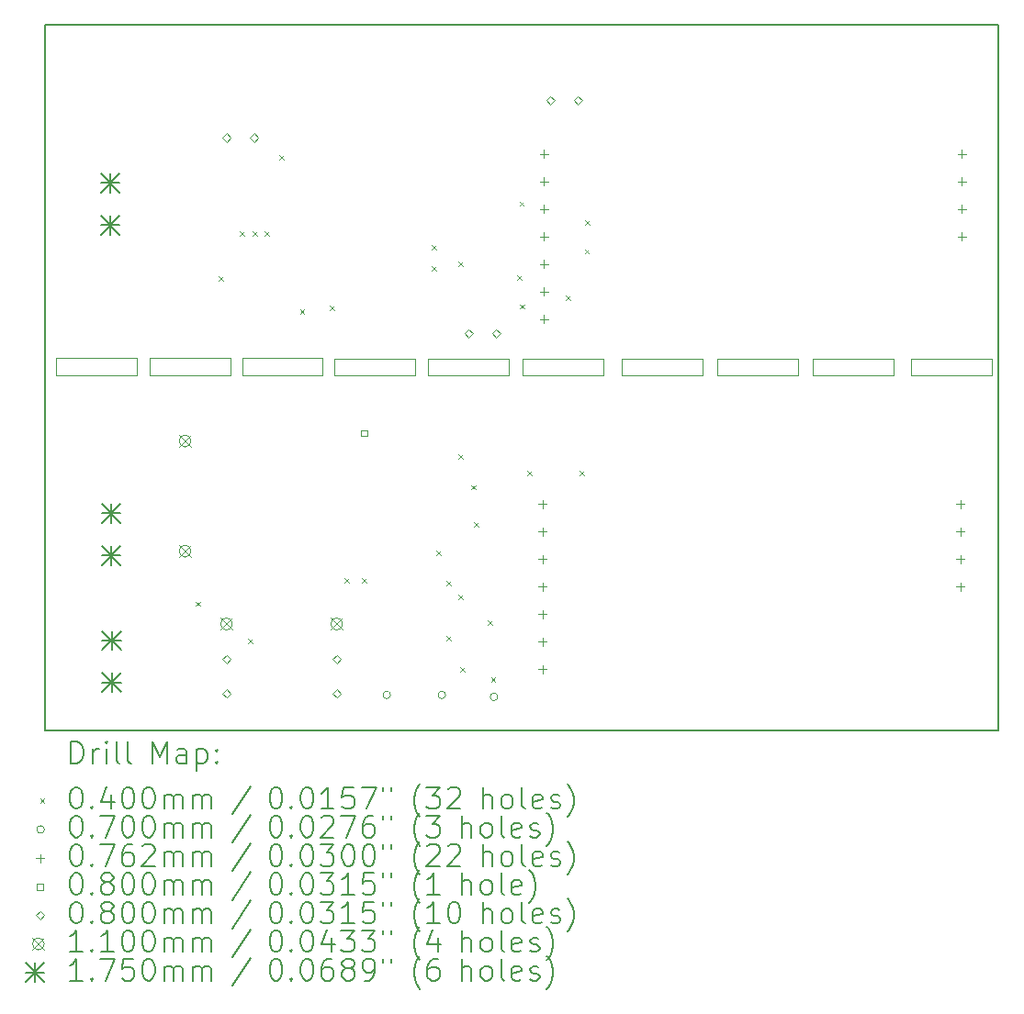
<source format=gbr>
%TF.GenerationSoftware,KiCad,Pcbnew,6.99.0-unknown-492e6548ff~162~ubuntu22.04.1*%
%TF.CreationDate,2022-12-11T13:45:47+01:00*%
%TF.ProjectId,lora_dual,6c6f7261-5f64-4756-916c-2e6b69636164,rev?*%
%TF.SameCoordinates,Original*%
%TF.FileFunction,Drillmap*%
%TF.FilePolarity,Positive*%
%FSLAX45Y45*%
G04 Gerber Fmt 4.5, Leading zero omitted, Abs format (unit mm)*
G04 Created by KiCad (PCBNEW 6.99.0-unknown-492e6548ff~162~ubuntu22.04.1) date 2022-12-11 13:45:47*
%MOMM*%
%LPD*%
G01*
G04 APERTURE LIST*
%ADD10C,0.100000*%
%ADD11C,0.150000*%
%ADD12C,0.200000*%
%ADD13C,0.040000*%
%ADD14C,0.070000*%
%ADD15C,0.076200*%
%ADD16C,0.080000*%
%ADD17C,0.110000*%
%ADD18C,0.175000*%
G04 APERTURE END LIST*
D10*
X15375000Y-12595000D02*
X16120000Y-12595000D01*
X16120000Y-12595000D02*
X16120000Y-12755000D01*
X16120000Y-12755000D02*
X15375000Y-12755000D01*
X15375000Y-12755000D02*
X15375000Y-12595000D01*
X20640000Y-12600000D02*
X21385000Y-12600000D01*
X21385000Y-12600000D02*
X21385000Y-12760000D01*
X21385000Y-12760000D02*
X20640000Y-12760000D01*
X20640000Y-12760000D02*
X20640000Y-12600000D01*
X21540000Y-12600000D02*
X22285000Y-12600000D01*
X22285000Y-12600000D02*
X22285000Y-12760000D01*
X22285000Y-12760000D02*
X21540000Y-12760000D01*
X21540000Y-12760000D02*
X21540000Y-12600000D01*
X19755000Y-12600000D02*
X20500000Y-12600000D01*
X20500000Y-12600000D02*
X20500000Y-12760000D01*
X20500000Y-12760000D02*
X19755000Y-12760000D01*
X19755000Y-12760000D02*
X19755000Y-12600000D01*
D11*
X13560000Y-9525000D02*
X22350000Y-9525000D01*
X22350000Y-9525000D02*
X22350000Y-16035000D01*
X22350000Y-16035000D02*
X13560000Y-16035000D01*
X13560000Y-16035000D02*
X13560000Y-9525000D01*
D10*
X14520000Y-12595000D02*
X15265000Y-12595000D01*
X15265000Y-12595000D02*
X15265000Y-12755000D01*
X15265000Y-12755000D02*
X14520000Y-12755000D01*
X14520000Y-12755000D02*
X14520000Y-12595000D01*
X17960000Y-12600000D02*
X18705000Y-12600000D01*
X18705000Y-12600000D02*
X18705000Y-12760000D01*
X18705000Y-12760000D02*
X17960000Y-12760000D01*
X17960000Y-12760000D02*
X17960000Y-12600000D01*
X13660000Y-12595000D02*
X14405000Y-12595000D01*
X14405000Y-12595000D02*
X14405000Y-12755000D01*
X14405000Y-12755000D02*
X13660000Y-12755000D01*
X13660000Y-12755000D02*
X13660000Y-12595000D01*
X18875000Y-12600000D02*
X19620000Y-12600000D01*
X19620000Y-12600000D02*
X19620000Y-12760000D01*
X19620000Y-12760000D02*
X18875000Y-12760000D01*
X18875000Y-12760000D02*
X18875000Y-12600000D01*
X17090000Y-12600000D02*
X17835000Y-12600000D01*
X17835000Y-12600000D02*
X17835000Y-12760000D01*
X17835000Y-12760000D02*
X17090000Y-12760000D01*
X17090000Y-12760000D02*
X17090000Y-12600000D01*
X16225000Y-12600000D02*
X16970000Y-12600000D01*
X16970000Y-12600000D02*
X16970000Y-12760000D01*
X16970000Y-12760000D02*
X16225000Y-12760000D01*
X16225000Y-12760000D02*
X16225000Y-12600000D01*
D12*
D13*
X14951250Y-14843750D02*
X14991250Y-14883750D01*
X14991250Y-14843750D02*
X14951250Y-14883750D01*
X15160000Y-11845000D02*
X15200000Y-11885000D01*
X15200000Y-11845000D02*
X15160000Y-11885000D01*
X15358000Y-11425000D02*
X15398000Y-11465000D01*
X15398000Y-11425000D02*
X15358000Y-11465000D01*
X15430000Y-15187500D02*
X15470000Y-15227500D01*
X15470000Y-15187500D02*
X15430000Y-15227500D01*
X15473000Y-11425000D02*
X15513000Y-11465000D01*
X15513000Y-11425000D02*
X15473000Y-11465000D01*
X15583000Y-11425000D02*
X15623000Y-11465000D01*
X15623000Y-11425000D02*
X15583000Y-11465000D01*
X15716250Y-10726250D02*
X15756250Y-10766250D01*
X15756250Y-10726250D02*
X15716250Y-10766250D01*
X15910000Y-12150000D02*
X15950000Y-12190000D01*
X15950000Y-12150000D02*
X15910000Y-12190000D01*
X16185000Y-12115000D02*
X16225000Y-12155000D01*
X16225000Y-12115000D02*
X16185000Y-12155000D01*
X16320000Y-14630000D02*
X16360000Y-14670000D01*
X16360000Y-14630000D02*
X16320000Y-14670000D01*
X16482500Y-14630000D02*
X16522500Y-14670000D01*
X16522500Y-14630000D02*
X16482500Y-14670000D01*
X17122000Y-11752000D02*
X17162000Y-11792000D01*
X17162000Y-11752000D02*
X17122000Y-11792000D01*
X17127000Y-11552000D02*
X17167000Y-11592000D01*
X17167000Y-11552000D02*
X17127000Y-11592000D01*
X17165000Y-14375000D02*
X17205000Y-14415000D01*
X17205000Y-14375000D02*
X17165000Y-14415000D01*
X17260000Y-15160000D02*
X17300000Y-15200000D01*
X17300000Y-15160000D02*
X17260000Y-15200000D01*
X17262500Y-14652500D02*
X17302500Y-14692500D01*
X17302500Y-14652500D02*
X17262500Y-14692500D01*
X17370000Y-13482500D02*
X17410000Y-13522500D01*
X17410000Y-13482500D02*
X17370000Y-13522500D01*
X17371000Y-11710000D02*
X17411000Y-11750000D01*
X17411000Y-11710000D02*
X17371000Y-11750000D01*
X17371500Y-14782450D02*
X17411500Y-14822450D01*
X17411500Y-14782450D02*
X17371500Y-14822450D01*
X17390000Y-15450000D02*
X17430000Y-15490000D01*
X17430000Y-15450000D02*
X17390000Y-15490000D01*
X17490000Y-13770000D02*
X17530000Y-13810000D01*
X17530000Y-13770000D02*
X17490000Y-13810000D01*
X17515000Y-14110000D02*
X17555000Y-14150000D01*
X17555000Y-14110000D02*
X17515000Y-14150000D01*
X17640000Y-15020000D02*
X17680000Y-15060000D01*
X17680000Y-15020000D02*
X17640000Y-15060000D01*
X17670049Y-15544951D02*
X17710049Y-15584951D01*
X17710049Y-15544951D02*
X17670049Y-15584951D01*
X17910000Y-11835000D02*
X17950000Y-11875000D01*
X17950000Y-11835000D02*
X17910000Y-11875000D01*
X17933000Y-11153000D02*
X17973000Y-11193000D01*
X17973000Y-11153000D02*
X17933000Y-11193000D01*
X17940000Y-12100000D02*
X17980000Y-12140000D01*
X17980000Y-12100000D02*
X17940000Y-12140000D01*
X18005000Y-13640000D02*
X18045000Y-13680000D01*
X18045000Y-13640000D02*
X18005000Y-13680000D01*
X18360000Y-12020000D02*
X18400000Y-12060000D01*
X18400000Y-12020000D02*
X18360000Y-12060000D01*
X18485000Y-13640000D02*
X18525000Y-13680000D01*
X18525000Y-13640000D02*
X18485000Y-13680000D01*
X18535000Y-11592000D02*
X18575000Y-11632000D01*
X18575000Y-11592000D02*
X18535000Y-11632000D01*
X18536750Y-11325750D02*
X18576750Y-11365750D01*
X18576750Y-11325750D02*
X18536750Y-11365750D01*
D14*
X16745000Y-15705000D02*
G75*
G03*
X16745000Y-15705000I-35000J0D01*
G01*
X17252500Y-15705000D02*
G75*
G03*
X17252500Y-15705000I-35000J0D01*
G01*
X17732500Y-15722500D02*
G75*
G03*
X17732500Y-15722500I-35000J0D01*
G01*
D15*
X18147000Y-13906400D02*
X18147000Y-13982600D01*
X18108900Y-13944500D02*
X18185100Y-13944500D01*
X18147000Y-14160400D02*
X18147000Y-14236600D01*
X18108900Y-14198500D02*
X18185100Y-14198500D01*
X18147000Y-14414400D02*
X18147000Y-14490600D01*
X18108900Y-14452500D02*
X18185100Y-14452500D01*
X18147000Y-14668400D02*
X18147000Y-14744600D01*
X18108900Y-14706500D02*
X18185100Y-14706500D01*
X18147000Y-14922400D02*
X18147000Y-14998600D01*
X18108900Y-14960500D02*
X18185100Y-14960500D01*
X18147000Y-15176400D02*
X18147000Y-15252600D01*
X18108900Y-15214500D02*
X18185100Y-15214500D01*
X18147000Y-15430400D02*
X18147000Y-15506600D01*
X18108900Y-15468500D02*
X18185100Y-15468500D01*
X18159000Y-10676900D02*
X18159000Y-10753100D01*
X18120900Y-10715000D02*
X18197100Y-10715000D01*
X18159000Y-10930900D02*
X18159000Y-11007100D01*
X18120900Y-10969000D02*
X18197100Y-10969000D01*
X18159000Y-11184900D02*
X18159000Y-11261100D01*
X18120900Y-11223000D02*
X18197100Y-11223000D01*
X18159000Y-11438900D02*
X18159000Y-11515100D01*
X18120900Y-11477000D02*
X18197100Y-11477000D01*
X18159000Y-11692900D02*
X18159000Y-11769100D01*
X18120900Y-11731000D02*
X18197100Y-11731000D01*
X18159000Y-11946900D02*
X18159000Y-12023100D01*
X18120900Y-11985000D02*
X18197100Y-11985000D01*
X18159000Y-12200900D02*
X18159000Y-12277100D01*
X18120900Y-12239000D02*
X18197100Y-12239000D01*
X21997500Y-13905800D02*
X21997500Y-13982000D01*
X21959400Y-13943900D02*
X22035600Y-13943900D01*
X21997500Y-14159800D02*
X21997500Y-14236000D01*
X21959400Y-14197900D02*
X22035600Y-14197900D01*
X21997500Y-14413800D02*
X21997500Y-14490000D01*
X21959400Y-14451900D02*
X22035600Y-14451900D01*
X21997500Y-14667800D02*
X21997500Y-14744000D01*
X21959400Y-14705900D02*
X22035600Y-14705900D01*
X22009500Y-10676300D02*
X22009500Y-10752500D01*
X21971400Y-10714400D02*
X22047600Y-10714400D01*
X22009500Y-10930300D02*
X22009500Y-11006500D01*
X21971400Y-10968400D02*
X22047600Y-10968400D01*
X22009500Y-11184300D02*
X22009500Y-11260500D01*
X21971400Y-11222400D02*
X22047600Y-11222400D01*
X22009500Y-11438300D02*
X22009500Y-11514500D01*
X21971400Y-11476400D02*
X22047600Y-11476400D01*
D16*
X16528284Y-13318284D02*
X16528284Y-13261715D01*
X16471715Y-13261715D01*
X16471715Y-13318284D01*
X16528284Y-13318284D01*
X15232000Y-10603000D02*
X15272000Y-10563000D01*
X15232000Y-10523000D01*
X15192000Y-10563000D01*
X15232000Y-10603000D01*
X15232000Y-15415000D02*
X15272000Y-15375000D01*
X15232000Y-15335000D01*
X15192000Y-15375000D01*
X15232000Y-15415000D01*
X15232000Y-15730000D02*
X15272000Y-15690000D01*
X15232000Y-15650000D01*
X15192000Y-15690000D01*
X15232000Y-15730000D01*
X15486000Y-10603000D02*
X15526000Y-10563000D01*
X15486000Y-10523000D01*
X15446000Y-10563000D01*
X15486000Y-10603000D01*
X16248000Y-15415000D02*
X16288000Y-15375000D01*
X16248000Y-15335000D01*
X16208000Y-15375000D01*
X16248000Y-15415000D01*
X16248000Y-15730000D02*
X16288000Y-15690000D01*
X16248000Y-15650000D01*
X16208000Y-15690000D01*
X16248000Y-15730000D01*
X17466000Y-12410000D02*
X17506000Y-12370000D01*
X17466000Y-12330000D01*
X17426000Y-12370000D01*
X17466000Y-12410000D01*
X17720000Y-12410000D02*
X17760000Y-12370000D01*
X17720000Y-12330000D01*
X17680000Y-12370000D01*
X17720000Y-12410000D01*
X18218500Y-10259000D02*
X18258500Y-10219000D01*
X18218500Y-10179000D01*
X18178500Y-10219000D01*
X18218500Y-10259000D01*
X18472500Y-10259000D02*
X18512500Y-10219000D01*
X18472500Y-10179000D01*
X18432500Y-10219000D01*
X18472500Y-10259000D01*
D17*
X14795000Y-13307000D02*
X14905000Y-13417000D01*
X14905000Y-13307000D02*
X14795000Y-13417000D01*
X14905000Y-13362000D02*
G75*
G03*
X14905000Y-13362000I-55000J0D01*
G01*
X14795000Y-14323000D02*
X14905000Y-14433000D01*
X14905000Y-14323000D02*
X14795000Y-14433000D01*
X14905000Y-14378000D02*
G75*
G03*
X14905000Y-14378000I-55000J0D01*
G01*
X15177000Y-14995000D02*
X15287000Y-15105000D01*
X15287000Y-14995000D02*
X15177000Y-15105000D01*
X15287000Y-15050000D02*
G75*
G03*
X15287000Y-15050000I-55000J0D01*
G01*
X16193000Y-14995000D02*
X16303000Y-15105000D01*
X16303000Y-14995000D02*
X16193000Y-15105000D01*
X16303000Y-15050000D02*
G75*
G03*
X16303000Y-15050000I-55000J0D01*
G01*
D18*
X14072500Y-10894500D02*
X14247500Y-11069500D01*
X14247500Y-10894500D02*
X14072500Y-11069500D01*
X14160000Y-10894500D02*
X14160000Y-11069500D01*
X14072500Y-10982000D02*
X14247500Y-10982000D01*
X14072500Y-11282500D02*
X14247500Y-11457500D01*
X14247500Y-11282500D02*
X14072500Y-11457500D01*
X14160000Y-11282500D02*
X14160000Y-11457500D01*
X14072500Y-11370000D02*
X14247500Y-11370000D01*
X14080000Y-13942750D02*
X14255000Y-14117750D01*
X14255000Y-13942750D02*
X14080000Y-14117750D01*
X14167500Y-13942750D02*
X14167500Y-14117750D01*
X14080000Y-14030250D02*
X14255000Y-14030250D01*
X14080000Y-14330750D02*
X14255000Y-14505750D01*
X14255000Y-14330750D02*
X14080000Y-14505750D01*
X14167500Y-14330750D02*
X14167500Y-14505750D01*
X14080000Y-14418250D02*
X14255000Y-14418250D01*
X14087500Y-15114500D02*
X14262500Y-15289500D01*
X14262500Y-15114500D02*
X14087500Y-15289500D01*
X14175000Y-15114500D02*
X14175000Y-15289500D01*
X14087500Y-15202000D02*
X14262500Y-15202000D01*
X14087500Y-15502500D02*
X14262500Y-15677500D01*
X14262500Y-15502500D02*
X14087500Y-15677500D01*
X14175000Y-15502500D02*
X14175000Y-15677500D01*
X14087500Y-15590000D02*
X14262500Y-15590000D01*
D12*
X13800119Y-16335976D02*
X13800119Y-16135976D01*
X13800119Y-16135976D02*
X13847738Y-16135976D01*
X13847738Y-16135976D02*
X13876309Y-16145500D01*
X13876309Y-16145500D02*
X13895357Y-16164548D01*
X13895357Y-16164548D02*
X13904881Y-16183595D01*
X13904881Y-16183595D02*
X13914405Y-16221690D01*
X13914405Y-16221690D02*
X13914405Y-16250262D01*
X13914405Y-16250262D02*
X13904881Y-16288357D01*
X13904881Y-16288357D02*
X13895357Y-16307405D01*
X13895357Y-16307405D02*
X13876309Y-16326452D01*
X13876309Y-16326452D02*
X13847738Y-16335976D01*
X13847738Y-16335976D02*
X13800119Y-16335976D01*
X14000119Y-16335976D02*
X14000119Y-16202643D01*
X14000119Y-16240738D02*
X14009643Y-16221690D01*
X14009643Y-16221690D02*
X14019167Y-16212167D01*
X14019167Y-16212167D02*
X14038214Y-16202643D01*
X14038214Y-16202643D02*
X14057262Y-16202643D01*
X14123928Y-16335976D02*
X14123928Y-16202643D01*
X14123928Y-16135976D02*
X14114405Y-16145500D01*
X14114405Y-16145500D02*
X14123928Y-16155024D01*
X14123928Y-16155024D02*
X14133452Y-16145500D01*
X14133452Y-16145500D02*
X14123928Y-16135976D01*
X14123928Y-16135976D02*
X14123928Y-16155024D01*
X14247738Y-16335976D02*
X14228690Y-16326452D01*
X14228690Y-16326452D02*
X14219167Y-16307405D01*
X14219167Y-16307405D02*
X14219167Y-16135976D01*
X14352500Y-16335976D02*
X14333452Y-16326452D01*
X14333452Y-16326452D02*
X14323928Y-16307405D01*
X14323928Y-16307405D02*
X14323928Y-16135976D01*
X14548690Y-16335976D02*
X14548690Y-16135976D01*
X14548690Y-16135976D02*
X14615357Y-16278833D01*
X14615357Y-16278833D02*
X14682024Y-16135976D01*
X14682024Y-16135976D02*
X14682024Y-16335976D01*
X14862976Y-16335976D02*
X14862976Y-16231214D01*
X14862976Y-16231214D02*
X14853452Y-16212167D01*
X14853452Y-16212167D02*
X14834405Y-16202643D01*
X14834405Y-16202643D02*
X14796309Y-16202643D01*
X14796309Y-16202643D02*
X14777262Y-16212167D01*
X14862976Y-16326452D02*
X14843928Y-16335976D01*
X14843928Y-16335976D02*
X14796309Y-16335976D01*
X14796309Y-16335976D02*
X14777262Y-16326452D01*
X14777262Y-16326452D02*
X14767738Y-16307405D01*
X14767738Y-16307405D02*
X14767738Y-16288357D01*
X14767738Y-16288357D02*
X14777262Y-16269309D01*
X14777262Y-16269309D02*
X14796309Y-16259786D01*
X14796309Y-16259786D02*
X14843928Y-16259786D01*
X14843928Y-16259786D02*
X14862976Y-16250262D01*
X14958214Y-16202643D02*
X14958214Y-16402643D01*
X14958214Y-16212167D02*
X14977262Y-16202643D01*
X14977262Y-16202643D02*
X15015357Y-16202643D01*
X15015357Y-16202643D02*
X15034405Y-16212167D01*
X15034405Y-16212167D02*
X15043928Y-16221690D01*
X15043928Y-16221690D02*
X15053452Y-16240738D01*
X15053452Y-16240738D02*
X15053452Y-16297881D01*
X15053452Y-16297881D02*
X15043928Y-16316928D01*
X15043928Y-16316928D02*
X15034405Y-16326452D01*
X15034405Y-16326452D02*
X15015357Y-16335976D01*
X15015357Y-16335976D02*
X14977262Y-16335976D01*
X14977262Y-16335976D02*
X14958214Y-16326452D01*
X15139167Y-16316928D02*
X15148690Y-16326452D01*
X15148690Y-16326452D02*
X15139167Y-16335976D01*
X15139167Y-16335976D02*
X15129643Y-16326452D01*
X15129643Y-16326452D02*
X15139167Y-16316928D01*
X15139167Y-16316928D02*
X15139167Y-16335976D01*
X15139167Y-16212167D02*
X15148690Y-16221690D01*
X15148690Y-16221690D02*
X15139167Y-16231214D01*
X15139167Y-16231214D02*
X15129643Y-16221690D01*
X15129643Y-16221690D02*
X15139167Y-16212167D01*
X15139167Y-16212167D02*
X15139167Y-16231214D01*
D13*
X13512500Y-16662500D02*
X13552500Y-16702500D01*
X13552500Y-16662500D02*
X13512500Y-16702500D01*
D12*
X13838214Y-16555976D02*
X13857262Y-16555976D01*
X13857262Y-16555976D02*
X13876309Y-16565500D01*
X13876309Y-16565500D02*
X13885833Y-16575024D01*
X13885833Y-16575024D02*
X13895357Y-16594071D01*
X13895357Y-16594071D02*
X13904881Y-16632167D01*
X13904881Y-16632167D02*
X13904881Y-16679786D01*
X13904881Y-16679786D02*
X13895357Y-16717881D01*
X13895357Y-16717881D02*
X13885833Y-16736928D01*
X13885833Y-16736928D02*
X13876309Y-16746452D01*
X13876309Y-16746452D02*
X13857262Y-16755976D01*
X13857262Y-16755976D02*
X13838214Y-16755976D01*
X13838214Y-16755976D02*
X13819167Y-16746452D01*
X13819167Y-16746452D02*
X13809643Y-16736928D01*
X13809643Y-16736928D02*
X13800119Y-16717881D01*
X13800119Y-16717881D02*
X13790595Y-16679786D01*
X13790595Y-16679786D02*
X13790595Y-16632167D01*
X13790595Y-16632167D02*
X13800119Y-16594071D01*
X13800119Y-16594071D02*
X13809643Y-16575024D01*
X13809643Y-16575024D02*
X13819167Y-16565500D01*
X13819167Y-16565500D02*
X13838214Y-16555976D01*
X13990595Y-16736928D02*
X14000119Y-16746452D01*
X14000119Y-16746452D02*
X13990595Y-16755976D01*
X13990595Y-16755976D02*
X13981071Y-16746452D01*
X13981071Y-16746452D02*
X13990595Y-16736928D01*
X13990595Y-16736928D02*
X13990595Y-16755976D01*
X14171548Y-16622643D02*
X14171548Y-16755976D01*
X14123928Y-16546452D02*
X14076309Y-16689309D01*
X14076309Y-16689309D02*
X14200119Y-16689309D01*
X14314405Y-16555976D02*
X14333452Y-16555976D01*
X14333452Y-16555976D02*
X14352500Y-16565500D01*
X14352500Y-16565500D02*
X14362024Y-16575024D01*
X14362024Y-16575024D02*
X14371548Y-16594071D01*
X14371548Y-16594071D02*
X14381071Y-16632167D01*
X14381071Y-16632167D02*
X14381071Y-16679786D01*
X14381071Y-16679786D02*
X14371548Y-16717881D01*
X14371548Y-16717881D02*
X14362024Y-16736928D01*
X14362024Y-16736928D02*
X14352500Y-16746452D01*
X14352500Y-16746452D02*
X14333452Y-16755976D01*
X14333452Y-16755976D02*
X14314405Y-16755976D01*
X14314405Y-16755976D02*
X14295357Y-16746452D01*
X14295357Y-16746452D02*
X14285833Y-16736928D01*
X14285833Y-16736928D02*
X14276309Y-16717881D01*
X14276309Y-16717881D02*
X14266786Y-16679786D01*
X14266786Y-16679786D02*
X14266786Y-16632167D01*
X14266786Y-16632167D02*
X14276309Y-16594071D01*
X14276309Y-16594071D02*
X14285833Y-16575024D01*
X14285833Y-16575024D02*
X14295357Y-16565500D01*
X14295357Y-16565500D02*
X14314405Y-16555976D01*
X14504881Y-16555976D02*
X14523929Y-16555976D01*
X14523929Y-16555976D02*
X14542976Y-16565500D01*
X14542976Y-16565500D02*
X14552500Y-16575024D01*
X14552500Y-16575024D02*
X14562024Y-16594071D01*
X14562024Y-16594071D02*
X14571548Y-16632167D01*
X14571548Y-16632167D02*
X14571548Y-16679786D01*
X14571548Y-16679786D02*
X14562024Y-16717881D01*
X14562024Y-16717881D02*
X14552500Y-16736928D01*
X14552500Y-16736928D02*
X14542976Y-16746452D01*
X14542976Y-16746452D02*
X14523929Y-16755976D01*
X14523929Y-16755976D02*
X14504881Y-16755976D01*
X14504881Y-16755976D02*
X14485833Y-16746452D01*
X14485833Y-16746452D02*
X14476309Y-16736928D01*
X14476309Y-16736928D02*
X14466786Y-16717881D01*
X14466786Y-16717881D02*
X14457262Y-16679786D01*
X14457262Y-16679786D02*
X14457262Y-16632167D01*
X14457262Y-16632167D02*
X14466786Y-16594071D01*
X14466786Y-16594071D02*
X14476309Y-16575024D01*
X14476309Y-16575024D02*
X14485833Y-16565500D01*
X14485833Y-16565500D02*
X14504881Y-16555976D01*
X14657262Y-16755976D02*
X14657262Y-16622643D01*
X14657262Y-16641690D02*
X14666786Y-16632167D01*
X14666786Y-16632167D02*
X14685833Y-16622643D01*
X14685833Y-16622643D02*
X14714405Y-16622643D01*
X14714405Y-16622643D02*
X14733452Y-16632167D01*
X14733452Y-16632167D02*
X14742976Y-16651214D01*
X14742976Y-16651214D02*
X14742976Y-16755976D01*
X14742976Y-16651214D02*
X14752500Y-16632167D01*
X14752500Y-16632167D02*
X14771548Y-16622643D01*
X14771548Y-16622643D02*
X14800119Y-16622643D01*
X14800119Y-16622643D02*
X14819167Y-16632167D01*
X14819167Y-16632167D02*
X14828690Y-16651214D01*
X14828690Y-16651214D02*
X14828690Y-16755976D01*
X14923929Y-16755976D02*
X14923929Y-16622643D01*
X14923929Y-16641690D02*
X14933452Y-16632167D01*
X14933452Y-16632167D02*
X14952500Y-16622643D01*
X14952500Y-16622643D02*
X14981071Y-16622643D01*
X14981071Y-16622643D02*
X15000119Y-16632167D01*
X15000119Y-16632167D02*
X15009643Y-16651214D01*
X15009643Y-16651214D02*
X15009643Y-16755976D01*
X15009643Y-16651214D02*
X15019167Y-16632167D01*
X15019167Y-16632167D02*
X15038214Y-16622643D01*
X15038214Y-16622643D02*
X15066786Y-16622643D01*
X15066786Y-16622643D02*
X15085833Y-16632167D01*
X15085833Y-16632167D02*
X15095357Y-16651214D01*
X15095357Y-16651214D02*
X15095357Y-16755976D01*
X15453452Y-16546452D02*
X15282024Y-16803595D01*
X15678214Y-16555976D02*
X15697262Y-16555976D01*
X15697262Y-16555976D02*
X15716310Y-16565500D01*
X15716310Y-16565500D02*
X15725833Y-16575024D01*
X15725833Y-16575024D02*
X15735357Y-16594071D01*
X15735357Y-16594071D02*
X15744881Y-16632167D01*
X15744881Y-16632167D02*
X15744881Y-16679786D01*
X15744881Y-16679786D02*
X15735357Y-16717881D01*
X15735357Y-16717881D02*
X15725833Y-16736928D01*
X15725833Y-16736928D02*
X15716310Y-16746452D01*
X15716310Y-16746452D02*
X15697262Y-16755976D01*
X15697262Y-16755976D02*
X15678214Y-16755976D01*
X15678214Y-16755976D02*
X15659167Y-16746452D01*
X15659167Y-16746452D02*
X15649643Y-16736928D01*
X15649643Y-16736928D02*
X15640119Y-16717881D01*
X15640119Y-16717881D02*
X15630595Y-16679786D01*
X15630595Y-16679786D02*
X15630595Y-16632167D01*
X15630595Y-16632167D02*
X15640119Y-16594071D01*
X15640119Y-16594071D02*
X15649643Y-16575024D01*
X15649643Y-16575024D02*
X15659167Y-16565500D01*
X15659167Y-16565500D02*
X15678214Y-16555976D01*
X15830595Y-16736928D02*
X15840119Y-16746452D01*
X15840119Y-16746452D02*
X15830595Y-16755976D01*
X15830595Y-16755976D02*
X15821071Y-16746452D01*
X15821071Y-16746452D02*
X15830595Y-16736928D01*
X15830595Y-16736928D02*
X15830595Y-16755976D01*
X15963929Y-16555976D02*
X15982976Y-16555976D01*
X15982976Y-16555976D02*
X16002024Y-16565500D01*
X16002024Y-16565500D02*
X16011548Y-16575024D01*
X16011548Y-16575024D02*
X16021071Y-16594071D01*
X16021071Y-16594071D02*
X16030595Y-16632167D01*
X16030595Y-16632167D02*
X16030595Y-16679786D01*
X16030595Y-16679786D02*
X16021071Y-16717881D01*
X16021071Y-16717881D02*
X16011548Y-16736928D01*
X16011548Y-16736928D02*
X16002024Y-16746452D01*
X16002024Y-16746452D02*
X15982976Y-16755976D01*
X15982976Y-16755976D02*
X15963929Y-16755976D01*
X15963929Y-16755976D02*
X15944881Y-16746452D01*
X15944881Y-16746452D02*
X15935357Y-16736928D01*
X15935357Y-16736928D02*
X15925833Y-16717881D01*
X15925833Y-16717881D02*
X15916310Y-16679786D01*
X15916310Y-16679786D02*
X15916310Y-16632167D01*
X15916310Y-16632167D02*
X15925833Y-16594071D01*
X15925833Y-16594071D02*
X15935357Y-16575024D01*
X15935357Y-16575024D02*
X15944881Y-16565500D01*
X15944881Y-16565500D02*
X15963929Y-16555976D01*
X16221071Y-16755976D02*
X16106786Y-16755976D01*
X16163929Y-16755976D02*
X16163929Y-16555976D01*
X16163929Y-16555976D02*
X16144881Y-16584548D01*
X16144881Y-16584548D02*
X16125833Y-16603595D01*
X16125833Y-16603595D02*
X16106786Y-16613119D01*
X16402024Y-16555976D02*
X16306786Y-16555976D01*
X16306786Y-16555976D02*
X16297262Y-16651214D01*
X16297262Y-16651214D02*
X16306786Y-16641690D01*
X16306786Y-16641690D02*
X16325833Y-16632167D01*
X16325833Y-16632167D02*
X16373452Y-16632167D01*
X16373452Y-16632167D02*
X16392500Y-16641690D01*
X16392500Y-16641690D02*
X16402024Y-16651214D01*
X16402024Y-16651214D02*
X16411548Y-16670262D01*
X16411548Y-16670262D02*
X16411548Y-16717881D01*
X16411548Y-16717881D02*
X16402024Y-16736928D01*
X16402024Y-16736928D02*
X16392500Y-16746452D01*
X16392500Y-16746452D02*
X16373452Y-16755976D01*
X16373452Y-16755976D02*
X16325833Y-16755976D01*
X16325833Y-16755976D02*
X16306786Y-16746452D01*
X16306786Y-16746452D02*
X16297262Y-16736928D01*
X16478214Y-16555976D02*
X16611548Y-16555976D01*
X16611548Y-16555976D02*
X16525833Y-16755976D01*
X16678214Y-16555976D02*
X16678214Y-16594071D01*
X16754405Y-16555976D02*
X16754405Y-16594071D01*
X17017262Y-16832167D02*
X17007738Y-16822643D01*
X17007738Y-16822643D02*
X16988691Y-16794071D01*
X16988691Y-16794071D02*
X16979167Y-16775024D01*
X16979167Y-16775024D02*
X16969643Y-16746452D01*
X16969643Y-16746452D02*
X16960119Y-16698833D01*
X16960119Y-16698833D02*
X16960119Y-16660738D01*
X16960119Y-16660738D02*
X16969643Y-16613119D01*
X16969643Y-16613119D02*
X16979167Y-16584548D01*
X16979167Y-16584548D02*
X16988691Y-16565500D01*
X16988691Y-16565500D02*
X17007738Y-16536928D01*
X17007738Y-16536928D02*
X17017262Y-16527405D01*
X17074405Y-16555976D02*
X17198214Y-16555976D01*
X17198214Y-16555976D02*
X17131548Y-16632167D01*
X17131548Y-16632167D02*
X17160119Y-16632167D01*
X17160119Y-16632167D02*
X17179167Y-16641690D01*
X17179167Y-16641690D02*
X17188691Y-16651214D01*
X17188691Y-16651214D02*
X17198214Y-16670262D01*
X17198214Y-16670262D02*
X17198214Y-16717881D01*
X17198214Y-16717881D02*
X17188691Y-16736928D01*
X17188691Y-16736928D02*
X17179167Y-16746452D01*
X17179167Y-16746452D02*
X17160119Y-16755976D01*
X17160119Y-16755976D02*
X17102976Y-16755976D01*
X17102976Y-16755976D02*
X17083929Y-16746452D01*
X17083929Y-16746452D02*
X17074405Y-16736928D01*
X17274405Y-16575024D02*
X17283929Y-16565500D01*
X17283929Y-16565500D02*
X17302976Y-16555976D01*
X17302976Y-16555976D02*
X17350595Y-16555976D01*
X17350595Y-16555976D02*
X17369643Y-16565500D01*
X17369643Y-16565500D02*
X17379167Y-16575024D01*
X17379167Y-16575024D02*
X17388691Y-16594071D01*
X17388691Y-16594071D02*
X17388691Y-16613119D01*
X17388691Y-16613119D02*
X17379167Y-16641690D01*
X17379167Y-16641690D02*
X17264881Y-16755976D01*
X17264881Y-16755976D02*
X17388691Y-16755976D01*
X17594405Y-16755976D02*
X17594405Y-16555976D01*
X17680119Y-16755976D02*
X17680119Y-16651214D01*
X17680119Y-16651214D02*
X17670595Y-16632167D01*
X17670595Y-16632167D02*
X17651548Y-16622643D01*
X17651548Y-16622643D02*
X17622976Y-16622643D01*
X17622976Y-16622643D02*
X17603929Y-16632167D01*
X17603929Y-16632167D02*
X17594405Y-16641690D01*
X17803929Y-16755976D02*
X17784881Y-16746452D01*
X17784881Y-16746452D02*
X17775357Y-16736928D01*
X17775357Y-16736928D02*
X17765834Y-16717881D01*
X17765834Y-16717881D02*
X17765834Y-16660738D01*
X17765834Y-16660738D02*
X17775357Y-16641690D01*
X17775357Y-16641690D02*
X17784881Y-16632167D01*
X17784881Y-16632167D02*
X17803929Y-16622643D01*
X17803929Y-16622643D02*
X17832500Y-16622643D01*
X17832500Y-16622643D02*
X17851548Y-16632167D01*
X17851548Y-16632167D02*
X17861072Y-16641690D01*
X17861072Y-16641690D02*
X17870595Y-16660738D01*
X17870595Y-16660738D02*
X17870595Y-16717881D01*
X17870595Y-16717881D02*
X17861072Y-16736928D01*
X17861072Y-16736928D02*
X17851548Y-16746452D01*
X17851548Y-16746452D02*
X17832500Y-16755976D01*
X17832500Y-16755976D02*
X17803929Y-16755976D01*
X17984881Y-16755976D02*
X17965834Y-16746452D01*
X17965834Y-16746452D02*
X17956310Y-16727405D01*
X17956310Y-16727405D02*
X17956310Y-16555976D01*
X18137262Y-16746452D02*
X18118215Y-16755976D01*
X18118215Y-16755976D02*
X18080119Y-16755976D01*
X18080119Y-16755976D02*
X18061072Y-16746452D01*
X18061072Y-16746452D02*
X18051548Y-16727405D01*
X18051548Y-16727405D02*
X18051548Y-16651214D01*
X18051548Y-16651214D02*
X18061072Y-16632167D01*
X18061072Y-16632167D02*
X18080119Y-16622643D01*
X18080119Y-16622643D02*
X18118215Y-16622643D01*
X18118215Y-16622643D02*
X18137262Y-16632167D01*
X18137262Y-16632167D02*
X18146786Y-16651214D01*
X18146786Y-16651214D02*
X18146786Y-16670262D01*
X18146786Y-16670262D02*
X18051548Y-16689309D01*
X18222976Y-16746452D02*
X18242024Y-16755976D01*
X18242024Y-16755976D02*
X18280119Y-16755976D01*
X18280119Y-16755976D02*
X18299167Y-16746452D01*
X18299167Y-16746452D02*
X18308691Y-16727405D01*
X18308691Y-16727405D02*
X18308691Y-16717881D01*
X18308691Y-16717881D02*
X18299167Y-16698833D01*
X18299167Y-16698833D02*
X18280119Y-16689309D01*
X18280119Y-16689309D02*
X18251548Y-16689309D01*
X18251548Y-16689309D02*
X18232500Y-16679786D01*
X18232500Y-16679786D02*
X18222976Y-16660738D01*
X18222976Y-16660738D02*
X18222976Y-16651214D01*
X18222976Y-16651214D02*
X18232500Y-16632167D01*
X18232500Y-16632167D02*
X18251548Y-16622643D01*
X18251548Y-16622643D02*
X18280119Y-16622643D01*
X18280119Y-16622643D02*
X18299167Y-16632167D01*
X18375357Y-16832167D02*
X18384881Y-16822643D01*
X18384881Y-16822643D02*
X18403929Y-16794071D01*
X18403929Y-16794071D02*
X18413453Y-16775024D01*
X18413453Y-16775024D02*
X18422976Y-16746452D01*
X18422976Y-16746452D02*
X18432500Y-16698833D01*
X18432500Y-16698833D02*
X18432500Y-16660738D01*
X18432500Y-16660738D02*
X18422976Y-16613119D01*
X18422976Y-16613119D02*
X18413453Y-16584548D01*
X18413453Y-16584548D02*
X18403929Y-16565500D01*
X18403929Y-16565500D02*
X18384881Y-16536928D01*
X18384881Y-16536928D02*
X18375357Y-16527405D01*
D14*
X13552500Y-16946500D02*
G75*
G03*
X13552500Y-16946500I-35000J0D01*
G01*
D12*
X13838214Y-16819976D02*
X13857262Y-16819976D01*
X13857262Y-16819976D02*
X13876309Y-16829500D01*
X13876309Y-16829500D02*
X13885833Y-16839024D01*
X13885833Y-16839024D02*
X13895357Y-16858071D01*
X13895357Y-16858071D02*
X13904881Y-16896167D01*
X13904881Y-16896167D02*
X13904881Y-16943786D01*
X13904881Y-16943786D02*
X13895357Y-16981881D01*
X13895357Y-16981881D02*
X13885833Y-17000929D01*
X13885833Y-17000929D02*
X13876309Y-17010452D01*
X13876309Y-17010452D02*
X13857262Y-17019976D01*
X13857262Y-17019976D02*
X13838214Y-17019976D01*
X13838214Y-17019976D02*
X13819167Y-17010452D01*
X13819167Y-17010452D02*
X13809643Y-17000929D01*
X13809643Y-17000929D02*
X13800119Y-16981881D01*
X13800119Y-16981881D02*
X13790595Y-16943786D01*
X13790595Y-16943786D02*
X13790595Y-16896167D01*
X13790595Y-16896167D02*
X13800119Y-16858071D01*
X13800119Y-16858071D02*
X13809643Y-16839024D01*
X13809643Y-16839024D02*
X13819167Y-16829500D01*
X13819167Y-16829500D02*
X13838214Y-16819976D01*
X13990595Y-17000929D02*
X14000119Y-17010452D01*
X14000119Y-17010452D02*
X13990595Y-17019976D01*
X13990595Y-17019976D02*
X13981071Y-17010452D01*
X13981071Y-17010452D02*
X13990595Y-17000929D01*
X13990595Y-17000929D02*
X13990595Y-17019976D01*
X14066786Y-16819976D02*
X14200119Y-16819976D01*
X14200119Y-16819976D02*
X14114405Y-17019976D01*
X14314405Y-16819976D02*
X14333452Y-16819976D01*
X14333452Y-16819976D02*
X14352500Y-16829500D01*
X14352500Y-16829500D02*
X14362024Y-16839024D01*
X14362024Y-16839024D02*
X14371548Y-16858071D01*
X14371548Y-16858071D02*
X14381071Y-16896167D01*
X14381071Y-16896167D02*
X14381071Y-16943786D01*
X14381071Y-16943786D02*
X14371548Y-16981881D01*
X14371548Y-16981881D02*
X14362024Y-17000929D01*
X14362024Y-17000929D02*
X14352500Y-17010452D01*
X14352500Y-17010452D02*
X14333452Y-17019976D01*
X14333452Y-17019976D02*
X14314405Y-17019976D01*
X14314405Y-17019976D02*
X14295357Y-17010452D01*
X14295357Y-17010452D02*
X14285833Y-17000929D01*
X14285833Y-17000929D02*
X14276309Y-16981881D01*
X14276309Y-16981881D02*
X14266786Y-16943786D01*
X14266786Y-16943786D02*
X14266786Y-16896167D01*
X14266786Y-16896167D02*
X14276309Y-16858071D01*
X14276309Y-16858071D02*
X14285833Y-16839024D01*
X14285833Y-16839024D02*
X14295357Y-16829500D01*
X14295357Y-16829500D02*
X14314405Y-16819976D01*
X14504881Y-16819976D02*
X14523929Y-16819976D01*
X14523929Y-16819976D02*
X14542976Y-16829500D01*
X14542976Y-16829500D02*
X14552500Y-16839024D01*
X14552500Y-16839024D02*
X14562024Y-16858071D01*
X14562024Y-16858071D02*
X14571548Y-16896167D01*
X14571548Y-16896167D02*
X14571548Y-16943786D01*
X14571548Y-16943786D02*
X14562024Y-16981881D01*
X14562024Y-16981881D02*
X14552500Y-17000929D01*
X14552500Y-17000929D02*
X14542976Y-17010452D01*
X14542976Y-17010452D02*
X14523929Y-17019976D01*
X14523929Y-17019976D02*
X14504881Y-17019976D01*
X14504881Y-17019976D02*
X14485833Y-17010452D01*
X14485833Y-17010452D02*
X14476309Y-17000929D01*
X14476309Y-17000929D02*
X14466786Y-16981881D01*
X14466786Y-16981881D02*
X14457262Y-16943786D01*
X14457262Y-16943786D02*
X14457262Y-16896167D01*
X14457262Y-16896167D02*
X14466786Y-16858071D01*
X14466786Y-16858071D02*
X14476309Y-16839024D01*
X14476309Y-16839024D02*
X14485833Y-16829500D01*
X14485833Y-16829500D02*
X14504881Y-16819976D01*
X14657262Y-17019976D02*
X14657262Y-16886643D01*
X14657262Y-16905690D02*
X14666786Y-16896167D01*
X14666786Y-16896167D02*
X14685833Y-16886643D01*
X14685833Y-16886643D02*
X14714405Y-16886643D01*
X14714405Y-16886643D02*
X14733452Y-16896167D01*
X14733452Y-16896167D02*
X14742976Y-16915214D01*
X14742976Y-16915214D02*
X14742976Y-17019976D01*
X14742976Y-16915214D02*
X14752500Y-16896167D01*
X14752500Y-16896167D02*
X14771548Y-16886643D01*
X14771548Y-16886643D02*
X14800119Y-16886643D01*
X14800119Y-16886643D02*
X14819167Y-16896167D01*
X14819167Y-16896167D02*
X14828690Y-16915214D01*
X14828690Y-16915214D02*
X14828690Y-17019976D01*
X14923929Y-17019976D02*
X14923929Y-16886643D01*
X14923929Y-16905690D02*
X14933452Y-16896167D01*
X14933452Y-16896167D02*
X14952500Y-16886643D01*
X14952500Y-16886643D02*
X14981071Y-16886643D01*
X14981071Y-16886643D02*
X15000119Y-16896167D01*
X15000119Y-16896167D02*
X15009643Y-16915214D01*
X15009643Y-16915214D02*
X15009643Y-17019976D01*
X15009643Y-16915214D02*
X15019167Y-16896167D01*
X15019167Y-16896167D02*
X15038214Y-16886643D01*
X15038214Y-16886643D02*
X15066786Y-16886643D01*
X15066786Y-16886643D02*
X15085833Y-16896167D01*
X15085833Y-16896167D02*
X15095357Y-16915214D01*
X15095357Y-16915214D02*
X15095357Y-17019976D01*
X15453452Y-16810452D02*
X15282024Y-17067595D01*
X15678214Y-16819976D02*
X15697262Y-16819976D01*
X15697262Y-16819976D02*
X15716310Y-16829500D01*
X15716310Y-16829500D02*
X15725833Y-16839024D01*
X15725833Y-16839024D02*
X15735357Y-16858071D01*
X15735357Y-16858071D02*
X15744881Y-16896167D01*
X15744881Y-16896167D02*
X15744881Y-16943786D01*
X15744881Y-16943786D02*
X15735357Y-16981881D01*
X15735357Y-16981881D02*
X15725833Y-17000929D01*
X15725833Y-17000929D02*
X15716310Y-17010452D01*
X15716310Y-17010452D02*
X15697262Y-17019976D01*
X15697262Y-17019976D02*
X15678214Y-17019976D01*
X15678214Y-17019976D02*
X15659167Y-17010452D01*
X15659167Y-17010452D02*
X15649643Y-17000929D01*
X15649643Y-17000929D02*
X15640119Y-16981881D01*
X15640119Y-16981881D02*
X15630595Y-16943786D01*
X15630595Y-16943786D02*
X15630595Y-16896167D01*
X15630595Y-16896167D02*
X15640119Y-16858071D01*
X15640119Y-16858071D02*
X15649643Y-16839024D01*
X15649643Y-16839024D02*
X15659167Y-16829500D01*
X15659167Y-16829500D02*
X15678214Y-16819976D01*
X15830595Y-17000929D02*
X15840119Y-17010452D01*
X15840119Y-17010452D02*
X15830595Y-17019976D01*
X15830595Y-17019976D02*
X15821071Y-17010452D01*
X15821071Y-17010452D02*
X15830595Y-17000929D01*
X15830595Y-17000929D02*
X15830595Y-17019976D01*
X15963929Y-16819976D02*
X15982976Y-16819976D01*
X15982976Y-16819976D02*
X16002024Y-16829500D01*
X16002024Y-16829500D02*
X16011548Y-16839024D01*
X16011548Y-16839024D02*
X16021071Y-16858071D01*
X16021071Y-16858071D02*
X16030595Y-16896167D01*
X16030595Y-16896167D02*
X16030595Y-16943786D01*
X16030595Y-16943786D02*
X16021071Y-16981881D01*
X16021071Y-16981881D02*
X16011548Y-17000929D01*
X16011548Y-17000929D02*
X16002024Y-17010452D01*
X16002024Y-17010452D02*
X15982976Y-17019976D01*
X15982976Y-17019976D02*
X15963929Y-17019976D01*
X15963929Y-17019976D02*
X15944881Y-17010452D01*
X15944881Y-17010452D02*
X15935357Y-17000929D01*
X15935357Y-17000929D02*
X15925833Y-16981881D01*
X15925833Y-16981881D02*
X15916310Y-16943786D01*
X15916310Y-16943786D02*
X15916310Y-16896167D01*
X15916310Y-16896167D02*
X15925833Y-16858071D01*
X15925833Y-16858071D02*
X15935357Y-16839024D01*
X15935357Y-16839024D02*
X15944881Y-16829500D01*
X15944881Y-16829500D02*
X15963929Y-16819976D01*
X16106786Y-16839024D02*
X16116310Y-16829500D01*
X16116310Y-16829500D02*
X16135357Y-16819976D01*
X16135357Y-16819976D02*
X16182976Y-16819976D01*
X16182976Y-16819976D02*
X16202024Y-16829500D01*
X16202024Y-16829500D02*
X16211548Y-16839024D01*
X16211548Y-16839024D02*
X16221071Y-16858071D01*
X16221071Y-16858071D02*
X16221071Y-16877119D01*
X16221071Y-16877119D02*
X16211548Y-16905690D01*
X16211548Y-16905690D02*
X16097262Y-17019976D01*
X16097262Y-17019976D02*
X16221071Y-17019976D01*
X16287738Y-16819976D02*
X16421071Y-16819976D01*
X16421071Y-16819976D02*
X16335357Y-17019976D01*
X16582976Y-16819976D02*
X16544881Y-16819976D01*
X16544881Y-16819976D02*
X16525833Y-16829500D01*
X16525833Y-16829500D02*
X16516310Y-16839024D01*
X16516310Y-16839024D02*
X16497262Y-16867595D01*
X16497262Y-16867595D02*
X16487738Y-16905690D01*
X16487738Y-16905690D02*
X16487738Y-16981881D01*
X16487738Y-16981881D02*
X16497262Y-17000929D01*
X16497262Y-17000929D02*
X16506786Y-17010452D01*
X16506786Y-17010452D02*
X16525833Y-17019976D01*
X16525833Y-17019976D02*
X16563929Y-17019976D01*
X16563929Y-17019976D02*
X16582976Y-17010452D01*
X16582976Y-17010452D02*
X16592500Y-17000929D01*
X16592500Y-17000929D02*
X16602024Y-16981881D01*
X16602024Y-16981881D02*
X16602024Y-16934262D01*
X16602024Y-16934262D02*
X16592500Y-16915214D01*
X16592500Y-16915214D02*
X16582976Y-16905690D01*
X16582976Y-16905690D02*
X16563929Y-16896167D01*
X16563929Y-16896167D02*
X16525833Y-16896167D01*
X16525833Y-16896167D02*
X16506786Y-16905690D01*
X16506786Y-16905690D02*
X16497262Y-16915214D01*
X16497262Y-16915214D02*
X16487738Y-16934262D01*
X16678214Y-16819976D02*
X16678214Y-16858071D01*
X16754405Y-16819976D02*
X16754405Y-16858071D01*
X17017262Y-17096167D02*
X17007738Y-17086643D01*
X17007738Y-17086643D02*
X16988691Y-17058071D01*
X16988691Y-17058071D02*
X16979167Y-17039024D01*
X16979167Y-17039024D02*
X16969643Y-17010452D01*
X16969643Y-17010452D02*
X16960119Y-16962833D01*
X16960119Y-16962833D02*
X16960119Y-16924738D01*
X16960119Y-16924738D02*
X16969643Y-16877119D01*
X16969643Y-16877119D02*
X16979167Y-16848548D01*
X16979167Y-16848548D02*
X16988691Y-16829500D01*
X16988691Y-16829500D02*
X17007738Y-16800929D01*
X17007738Y-16800929D02*
X17017262Y-16791405D01*
X17074405Y-16819976D02*
X17198214Y-16819976D01*
X17198214Y-16819976D02*
X17131548Y-16896167D01*
X17131548Y-16896167D02*
X17160119Y-16896167D01*
X17160119Y-16896167D02*
X17179167Y-16905690D01*
X17179167Y-16905690D02*
X17188691Y-16915214D01*
X17188691Y-16915214D02*
X17198214Y-16934262D01*
X17198214Y-16934262D02*
X17198214Y-16981881D01*
X17198214Y-16981881D02*
X17188691Y-17000929D01*
X17188691Y-17000929D02*
X17179167Y-17010452D01*
X17179167Y-17010452D02*
X17160119Y-17019976D01*
X17160119Y-17019976D02*
X17102976Y-17019976D01*
X17102976Y-17019976D02*
X17083929Y-17010452D01*
X17083929Y-17010452D02*
X17074405Y-17000929D01*
X17403929Y-17019976D02*
X17403929Y-16819976D01*
X17489643Y-17019976D02*
X17489643Y-16915214D01*
X17489643Y-16915214D02*
X17480119Y-16896167D01*
X17480119Y-16896167D02*
X17461072Y-16886643D01*
X17461072Y-16886643D02*
X17432500Y-16886643D01*
X17432500Y-16886643D02*
X17413453Y-16896167D01*
X17413453Y-16896167D02*
X17403929Y-16905690D01*
X17613453Y-17019976D02*
X17594405Y-17010452D01*
X17594405Y-17010452D02*
X17584881Y-17000929D01*
X17584881Y-17000929D02*
X17575357Y-16981881D01*
X17575357Y-16981881D02*
X17575357Y-16924738D01*
X17575357Y-16924738D02*
X17584881Y-16905690D01*
X17584881Y-16905690D02*
X17594405Y-16896167D01*
X17594405Y-16896167D02*
X17613453Y-16886643D01*
X17613453Y-16886643D02*
X17642024Y-16886643D01*
X17642024Y-16886643D02*
X17661072Y-16896167D01*
X17661072Y-16896167D02*
X17670595Y-16905690D01*
X17670595Y-16905690D02*
X17680119Y-16924738D01*
X17680119Y-16924738D02*
X17680119Y-16981881D01*
X17680119Y-16981881D02*
X17670595Y-17000929D01*
X17670595Y-17000929D02*
X17661072Y-17010452D01*
X17661072Y-17010452D02*
X17642024Y-17019976D01*
X17642024Y-17019976D02*
X17613453Y-17019976D01*
X17794405Y-17019976D02*
X17775357Y-17010452D01*
X17775357Y-17010452D02*
X17765834Y-16991405D01*
X17765834Y-16991405D02*
X17765834Y-16819976D01*
X17946786Y-17010452D02*
X17927738Y-17019976D01*
X17927738Y-17019976D02*
X17889643Y-17019976D01*
X17889643Y-17019976D02*
X17870595Y-17010452D01*
X17870595Y-17010452D02*
X17861072Y-16991405D01*
X17861072Y-16991405D02*
X17861072Y-16915214D01*
X17861072Y-16915214D02*
X17870595Y-16896167D01*
X17870595Y-16896167D02*
X17889643Y-16886643D01*
X17889643Y-16886643D02*
X17927738Y-16886643D01*
X17927738Y-16886643D02*
X17946786Y-16896167D01*
X17946786Y-16896167D02*
X17956310Y-16915214D01*
X17956310Y-16915214D02*
X17956310Y-16934262D01*
X17956310Y-16934262D02*
X17861072Y-16953310D01*
X18032500Y-17010452D02*
X18051548Y-17019976D01*
X18051548Y-17019976D02*
X18089643Y-17019976D01*
X18089643Y-17019976D02*
X18108691Y-17010452D01*
X18108691Y-17010452D02*
X18118215Y-16991405D01*
X18118215Y-16991405D02*
X18118215Y-16981881D01*
X18118215Y-16981881D02*
X18108691Y-16962833D01*
X18108691Y-16962833D02*
X18089643Y-16953310D01*
X18089643Y-16953310D02*
X18061072Y-16953310D01*
X18061072Y-16953310D02*
X18042024Y-16943786D01*
X18042024Y-16943786D02*
X18032500Y-16924738D01*
X18032500Y-16924738D02*
X18032500Y-16915214D01*
X18032500Y-16915214D02*
X18042024Y-16896167D01*
X18042024Y-16896167D02*
X18061072Y-16886643D01*
X18061072Y-16886643D02*
X18089643Y-16886643D01*
X18089643Y-16886643D02*
X18108691Y-16896167D01*
X18184881Y-17096167D02*
X18194405Y-17086643D01*
X18194405Y-17086643D02*
X18213453Y-17058071D01*
X18213453Y-17058071D02*
X18222976Y-17039024D01*
X18222976Y-17039024D02*
X18232500Y-17010452D01*
X18232500Y-17010452D02*
X18242024Y-16962833D01*
X18242024Y-16962833D02*
X18242024Y-16924738D01*
X18242024Y-16924738D02*
X18232500Y-16877119D01*
X18232500Y-16877119D02*
X18222976Y-16848548D01*
X18222976Y-16848548D02*
X18213453Y-16829500D01*
X18213453Y-16829500D02*
X18194405Y-16800929D01*
X18194405Y-16800929D02*
X18184881Y-16791405D01*
D15*
X13514400Y-17172400D02*
X13514400Y-17248600D01*
X13476300Y-17210500D02*
X13552500Y-17210500D01*
D12*
X13838214Y-17083976D02*
X13857262Y-17083976D01*
X13857262Y-17083976D02*
X13876309Y-17093500D01*
X13876309Y-17093500D02*
X13885833Y-17103024D01*
X13885833Y-17103024D02*
X13895357Y-17122071D01*
X13895357Y-17122071D02*
X13904881Y-17160167D01*
X13904881Y-17160167D02*
X13904881Y-17207786D01*
X13904881Y-17207786D02*
X13895357Y-17245881D01*
X13895357Y-17245881D02*
X13885833Y-17264929D01*
X13885833Y-17264929D02*
X13876309Y-17274452D01*
X13876309Y-17274452D02*
X13857262Y-17283976D01*
X13857262Y-17283976D02*
X13838214Y-17283976D01*
X13838214Y-17283976D02*
X13819167Y-17274452D01*
X13819167Y-17274452D02*
X13809643Y-17264929D01*
X13809643Y-17264929D02*
X13800119Y-17245881D01*
X13800119Y-17245881D02*
X13790595Y-17207786D01*
X13790595Y-17207786D02*
X13790595Y-17160167D01*
X13790595Y-17160167D02*
X13800119Y-17122071D01*
X13800119Y-17122071D02*
X13809643Y-17103024D01*
X13809643Y-17103024D02*
X13819167Y-17093500D01*
X13819167Y-17093500D02*
X13838214Y-17083976D01*
X13990595Y-17264929D02*
X14000119Y-17274452D01*
X14000119Y-17274452D02*
X13990595Y-17283976D01*
X13990595Y-17283976D02*
X13981071Y-17274452D01*
X13981071Y-17274452D02*
X13990595Y-17264929D01*
X13990595Y-17264929D02*
X13990595Y-17283976D01*
X14066786Y-17083976D02*
X14200119Y-17083976D01*
X14200119Y-17083976D02*
X14114405Y-17283976D01*
X14362024Y-17083976D02*
X14323928Y-17083976D01*
X14323928Y-17083976D02*
X14304881Y-17093500D01*
X14304881Y-17093500D02*
X14295357Y-17103024D01*
X14295357Y-17103024D02*
X14276309Y-17131595D01*
X14276309Y-17131595D02*
X14266786Y-17169690D01*
X14266786Y-17169690D02*
X14266786Y-17245881D01*
X14266786Y-17245881D02*
X14276309Y-17264929D01*
X14276309Y-17264929D02*
X14285833Y-17274452D01*
X14285833Y-17274452D02*
X14304881Y-17283976D01*
X14304881Y-17283976D02*
X14342976Y-17283976D01*
X14342976Y-17283976D02*
X14362024Y-17274452D01*
X14362024Y-17274452D02*
X14371548Y-17264929D01*
X14371548Y-17264929D02*
X14381071Y-17245881D01*
X14381071Y-17245881D02*
X14381071Y-17198262D01*
X14381071Y-17198262D02*
X14371548Y-17179214D01*
X14371548Y-17179214D02*
X14362024Y-17169690D01*
X14362024Y-17169690D02*
X14342976Y-17160167D01*
X14342976Y-17160167D02*
X14304881Y-17160167D01*
X14304881Y-17160167D02*
X14285833Y-17169690D01*
X14285833Y-17169690D02*
X14276309Y-17179214D01*
X14276309Y-17179214D02*
X14266786Y-17198262D01*
X14457262Y-17103024D02*
X14466786Y-17093500D01*
X14466786Y-17093500D02*
X14485833Y-17083976D01*
X14485833Y-17083976D02*
X14533452Y-17083976D01*
X14533452Y-17083976D02*
X14552500Y-17093500D01*
X14552500Y-17093500D02*
X14562024Y-17103024D01*
X14562024Y-17103024D02*
X14571548Y-17122071D01*
X14571548Y-17122071D02*
X14571548Y-17141119D01*
X14571548Y-17141119D02*
X14562024Y-17169690D01*
X14562024Y-17169690D02*
X14447738Y-17283976D01*
X14447738Y-17283976D02*
X14571548Y-17283976D01*
X14657262Y-17283976D02*
X14657262Y-17150643D01*
X14657262Y-17169690D02*
X14666786Y-17160167D01*
X14666786Y-17160167D02*
X14685833Y-17150643D01*
X14685833Y-17150643D02*
X14714405Y-17150643D01*
X14714405Y-17150643D02*
X14733452Y-17160167D01*
X14733452Y-17160167D02*
X14742976Y-17179214D01*
X14742976Y-17179214D02*
X14742976Y-17283976D01*
X14742976Y-17179214D02*
X14752500Y-17160167D01*
X14752500Y-17160167D02*
X14771548Y-17150643D01*
X14771548Y-17150643D02*
X14800119Y-17150643D01*
X14800119Y-17150643D02*
X14819167Y-17160167D01*
X14819167Y-17160167D02*
X14828690Y-17179214D01*
X14828690Y-17179214D02*
X14828690Y-17283976D01*
X14923929Y-17283976D02*
X14923929Y-17150643D01*
X14923929Y-17169690D02*
X14933452Y-17160167D01*
X14933452Y-17160167D02*
X14952500Y-17150643D01*
X14952500Y-17150643D02*
X14981071Y-17150643D01*
X14981071Y-17150643D02*
X15000119Y-17160167D01*
X15000119Y-17160167D02*
X15009643Y-17179214D01*
X15009643Y-17179214D02*
X15009643Y-17283976D01*
X15009643Y-17179214D02*
X15019167Y-17160167D01*
X15019167Y-17160167D02*
X15038214Y-17150643D01*
X15038214Y-17150643D02*
X15066786Y-17150643D01*
X15066786Y-17150643D02*
X15085833Y-17160167D01*
X15085833Y-17160167D02*
X15095357Y-17179214D01*
X15095357Y-17179214D02*
X15095357Y-17283976D01*
X15453452Y-17074452D02*
X15282024Y-17331595D01*
X15678214Y-17083976D02*
X15697262Y-17083976D01*
X15697262Y-17083976D02*
X15716310Y-17093500D01*
X15716310Y-17093500D02*
X15725833Y-17103024D01*
X15725833Y-17103024D02*
X15735357Y-17122071D01*
X15735357Y-17122071D02*
X15744881Y-17160167D01*
X15744881Y-17160167D02*
X15744881Y-17207786D01*
X15744881Y-17207786D02*
X15735357Y-17245881D01*
X15735357Y-17245881D02*
X15725833Y-17264929D01*
X15725833Y-17264929D02*
X15716310Y-17274452D01*
X15716310Y-17274452D02*
X15697262Y-17283976D01*
X15697262Y-17283976D02*
X15678214Y-17283976D01*
X15678214Y-17283976D02*
X15659167Y-17274452D01*
X15659167Y-17274452D02*
X15649643Y-17264929D01*
X15649643Y-17264929D02*
X15640119Y-17245881D01*
X15640119Y-17245881D02*
X15630595Y-17207786D01*
X15630595Y-17207786D02*
X15630595Y-17160167D01*
X15630595Y-17160167D02*
X15640119Y-17122071D01*
X15640119Y-17122071D02*
X15649643Y-17103024D01*
X15649643Y-17103024D02*
X15659167Y-17093500D01*
X15659167Y-17093500D02*
X15678214Y-17083976D01*
X15830595Y-17264929D02*
X15840119Y-17274452D01*
X15840119Y-17274452D02*
X15830595Y-17283976D01*
X15830595Y-17283976D02*
X15821071Y-17274452D01*
X15821071Y-17274452D02*
X15830595Y-17264929D01*
X15830595Y-17264929D02*
X15830595Y-17283976D01*
X15963929Y-17083976D02*
X15982976Y-17083976D01*
X15982976Y-17083976D02*
X16002024Y-17093500D01*
X16002024Y-17093500D02*
X16011548Y-17103024D01*
X16011548Y-17103024D02*
X16021071Y-17122071D01*
X16021071Y-17122071D02*
X16030595Y-17160167D01*
X16030595Y-17160167D02*
X16030595Y-17207786D01*
X16030595Y-17207786D02*
X16021071Y-17245881D01*
X16021071Y-17245881D02*
X16011548Y-17264929D01*
X16011548Y-17264929D02*
X16002024Y-17274452D01*
X16002024Y-17274452D02*
X15982976Y-17283976D01*
X15982976Y-17283976D02*
X15963929Y-17283976D01*
X15963929Y-17283976D02*
X15944881Y-17274452D01*
X15944881Y-17274452D02*
X15935357Y-17264929D01*
X15935357Y-17264929D02*
X15925833Y-17245881D01*
X15925833Y-17245881D02*
X15916310Y-17207786D01*
X15916310Y-17207786D02*
X15916310Y-17160167D01*
X15916310Y-17160167D02*
X15925833Y-17122071D01*
X15925833Y-17122071D02*
X15935357Y-17103024D01*
X15935357Y-17103024D02*
X15944881Y-17093500D01*
X15944881Y-17093500D02*
X15963929Y-17083976D01*
X16097262Y-17083976D02*
X16221071Y-17083976D01*
X16221071Y-17083976D02*
X16154405Y-17160167D01*
X16154405Y-17160167D02*
X16182976Y-17160167D01*
X16182976Y-17160167D02*
X16202024Y-17169690D01*
X16202024Y-17169690D02*
X16211548Y-17179214D01*
X16211548Y-17179214D02*
X16221071Y-17198262D01*
X16221071Y-17198262D02*
X16221071Y-17245881D01*
X16221071Y-17245881D02*
X16211548Y-17264929D01*
X16211548Y-17264929D02*
X16202024Y-17274452D01*
X16202024Y-17274452D02*
X16182976Y-17283976D01*
X16182976Y-17283976D02*
X16125833Y-17283976D01*
X16125833Y-17283976D02*
X16106786Y-17274452D01*
X16106786Y-17274452D02*
X16097262Y-17264929D01*
X16344881Y-17083976D02*
X16363929Y-17083976D01*
X16363929Y-17083976D02*
X16382976Y-17093500D01*
X16382976Y-17093500D02*
X16392500Y-17103024D01*
X16392500Y-17103024D02*
X16402024Y-17122071D01*
X16402024Y-17122071D02*
X16411548Y-17160167D01*
X16411548Y-17160167D02*
X16411548Y-17207786D01*
X16411548Y-17207786D02*
X16402024Y-17245881D01*
X16402024Y-17245881D02*
X16392500Y-17264929D01*
X16392500Y-17264929D02*
X16382976Y-17274452D01*
X16382976Y-17274452D02*
X16363929Y-17283976D01*
X16363929Y-17283976D02*
X16344881Y-17283976D01*
X16344881Y-17283976D02*
X16325833Y-17274452D01*
X16325833Y-17274452D02*
X16316310Y-17264929D01*
X16316310Y-17264929D02*
X16306786Y-17245881D01*
X16306786Y-17245881D02*
X16297262Y-17207786D01*
X16297262Y-17207786D02*
X16297262Y-17160167D01*
X16297262Y-17160167D02*
X16306786Y-17122071D01*
X16306786Y-17122071D02*
X16316310Y-17103024D01*
X16316310Y-17103024D02*
X16325833Y-17093500D01*
X16325833Y-17093500D02*
X16344881Y-17083976D01*
X16535357Y-17083976D02*
X16554405Y-17083976D01*
X16554405Y-17083976D02*
X16573452Y-17093500D01*
X16573452Y-17093500D02*
X16582976Y-17103024D01*
X16582976Y-17103024D02*
X16592500Y-17122071D01*
X16592500Y-17122071D02*
X16602024Y-17160167D01*
X16602024Y-17160167D02*
X16602024Y-17207786D01*
X16602024Y-17207786D02*
X16592500Y-17245881D01*
X16592500Y-17245881D02*
X16582976Y-17264929D01*
X16582976Y-17264929D02*
X16573452Y-17274452D01*
X16573452Y-17274452D02*
X16554405Y-17283976D01*
X16554405Y-17283976D02*
X16535357Y-17283976D01*
X16535357Y-17283976D02*
X16516310Y-17274452D01*
X16516310Y-17274452D02*
X16506786Y-17264929D01*
X16506786Y-17264929D02*
X16497262Y-17245881D01*
X16497262Y-17245881D02*
X16487738Y-17207786D01*
X16487738Y-17207786D02*
X16487738Y-17160167D01*
X16487738Y-17160167D02*
X16497262Y-17122071D01*
X16497262Y-17122071D02*
X16506786Y-17103024D01*
X16506786Y-17103024D02*
X16516310Y-17093500D01*
X16516310Y-17093500D02*
X16535357Y-17083976D01*
X16678214Y-17083976D02*
X16678214Y-17122071D01*
X16754405Y-17083976D02*
X16754405Y-17122071D01*
X17017262Y-17360167D02*
X17007738Y-17350643D01*
X17007738Y-17350643D02*
X16988691Y-17322071D01*
X16988691Y-17322071D02*
X16979167Y-17303024D01*
X16979167Y-17303024D02*
X16969643Y-17274452D01*
X16969643Y-17274452D02*
X16960119Y-17226833D01*
X16960119Y-17226833D02*
X16960119Y-17188738D01*
X16960119Y-17188738D02*
X16969643Y-17141119D01*
X16969643Y-17141119D02*
X16979167Y-17112548D01*
X16979167Y-17112548D02*
X16988691Y-17093500D01*
X16988691Y-17093500D02*
X17007738Y-17064929D01*
X17007738Y-17064929D02*
X17017262Y-17055405D01*
X17083929Y-17103024D02*
X17093453Y-17093500D01*
X17093453Y-17093500D02*
X17112500Y-17083976D01*
X17112500Y-17083976D02*
X17160119Y-17083976D01*
X17160119Y-17083976D02*
X17179167Y-17093500D01*
X17179167Y-17093500D02*
X17188691Y-17103024D01*
X17188691Y-17103024D02*
X17198214Y-17122071D01*
X17198214Y-17122071D02*
X17198214Y-17141119D01*
X17198214Y-17141119D02*
X17188691Y-17169690D01*
X17188691Y-17169690D02*
X17074405Y-17283976D01*
X17074405Y-17283976D02*
X17198214Y-17283976D01*
X17274405Y-17103024D02*
X17283929Y-17093500D01*
X17283929Y-17093500D02*
X17302976Y-17083976D01*
X17302976Y-17083976D02*
X17350595Y-17083976D01*
X17350595Y-17083976D02*
X17369643Y-17093500D01*
X17369643Y-17093500D02*
X17379167Y-17103024D01*
X17379167Y-17103024D02*
X17388691Y-17122071D01*
X17388691Y-17122071D02*
X17388691Y-17141119D01*
X17388691Y-17141119D02*
X17379167Y-17169690D01*
X17379167Y-17169690D02*
X17264881Y-17283976D01*
X17264881Y-17283976D02*
X17388691Y-17283976D01*
X17594405Y-17283976D02*
X17594405Y-17083976D01*
X17680119Y-17283976D02*
X17680119Y-17179214D01*
X17680119Y-17179214D02*
X17670595Y-17160167D01*
X17670595Y-17160167D02*
X17651548Y-17150643D01*
X17651548Y-17150643D02*
X17622976Y-17150643D01*
X17622976Y-17150643D02*
X17603929Y-17160167D01*
X17603929Y-17160167D02*
X17594405Y-17169690D01*
X17803929Y-17283976D02*
X17784881Y-17274452D01*
X17784881Y-17274452D02*
X17775357Y-17264929D01*
X17775357Y-17264929D02*
X17765834Y-17245881D01*
X17765834Y-17245881D02*
X17765834Y-17188738D01*
X17765834Y-17188738D02*
X17775357Y-17169690D01*
X17775357Y-17169690D02*
X17784881Y-17160167D01*
X17784881Y-17160167D02*
X17803929Y-17150643D01*
X17803929Y-17150643D02*
X17832500Y-17150643D01*
X17832500Y-17150643D02*
X17851548Y-17160167D01*
X17851548Y-17160167D02*
X17861072Y-17169690D01*
X17861072Y-17169690D02*
X17870595Y-17188738D01*
X17870595Y-17188738D02*
X17870595Y-17245881D01*
X17870595Y-17245881D02*
X17861072Y-17264929D01*
X17861072Y-17264929D02*
X17851548Y-17274452D01*
X17851548Y-17274452D02*
X17832500Y-17283976D01*
X17832500Y-17283976D02*
X17803929Y-17283976D01*
X17984881Y-17283976D02*
X17965834Y-17274452D01*
X17965834Y-17274452D02*
X17956310Y-17255405D01*
X17956310Y-17255405D02*
X17956310Y-17083976D01*
X18137262Y-17274452D02*
X18118215Y-17283976D01*
X18118215Y-17283976D02*
X18080119Y-17283976D01*
X18080119Y-17283976D02*
X18061072Y-17274452D01*
X18061072Y-17274452D02*
X18051548Y-17255405D01*
X18051548Y-17255405D02*
X18051548Y-17179214D01*
X18051548Y-17179214D02*
X18061072Y-17160167D01*
X18061072Y-17160167D02*
X18080119Y-17150643D01*
X18080119Y-17150643D02*
X18118215Y-17150643D01*
X18118215Y-17150643D02*
X18137262Y-17160167D01*
X18137262Y-17160167D02*
X18146786Y-17179214D01*
X18146786Y-17179214D02*
X18146786Y-17198262D01*
X18146786Y-17198262D02*
X18051548Y-17217310D01*
X18222976Y-17274452D02*
X18242024Y-17283976D01*
X18242024Y-17283976D02*
X18280119Y-17283976D01*
X18280119Y-17283976D02*
X18299167Y-17274452D01*
X18299167Y-17274452D02*
X18308691Y-17255405D01*
X18308691Y-17255405D02*
X18308691Y-17245881D01*
X18308691Y-17245881D02*
X18299167Y-17226833D01*
X18299167Y-17226833D02*
X18280119Y-17217310D01*
X18280119Y-17217310D02*
X18251548Y-17217310D01*
X18251548Y-17217310D02*
X18232500Y-17207786D01*
X18232500Y-17207786D02*
X18222976Y-17188738D01*
X18222976Y-17188738D02*
X18222976Y-17179214D01*
X18222976Y-17179214D02*
X18232500Y-17160167D01*
X18232500Y-17160167D02*
X18251548Y-17150643D01*
X18251548Y-17150643D02*
X18280119Y-17150643D01*
X18280119Y-17150643D02*
X18299167Y-17160167D01*
X18375357Y-17360167D02*
X18384881Y-17350643D01*
X18384881Y-17350643D02*
X18403929Y-17322071D01*
X18403929Y-17322071D02*
X18413453Y-17303024D01*
X18413453Y-17303024D02*
X18422976Y-17274452D01*
X18422976Y-17274452D02*
X18432500Y-17226833D01*
X18432500Y-17226833D02*
X18432500Y-17188738D01*
X18432500Y-17188738D02*
X18422976Y-17141119D01*
X18422976Y-17141119D02*
X18413453Y-17112548D01*
X18413453Y-17112548D02*
X18403929Y-17093500D01*
X18403929Y-17093500D02*
X18384881Y-17064929D01*
X18384881Y-17064929D02*
X18375357Y-17055405D01*
D16*
X13540784Y-17502785D02*
X13540784Y-17446216D01*
X13484215Y-17446216D01*
X13484215Y-17502785D01*
X13540784Y-17502785D01*
D12*
X13838214Y-17347976D02*
X13857262Y-17347976D01*
X13857262Y-17347976D02*
X13876309Y-17357500D01*
X13876309Y-17357500D02*
X13885833Y-17367024D01*
X13885833Y-17367024D02*
X13895357Y-17386071D01*
X13895357Y-17386071D02*
X13904881Y-17424167D01*
X13904881Y-17424167D02*
X13904881Y-17471786D01*
X13904881Y-17471786D02*
X13895357Y-17509881D01*
X13895357Y-17509881D02*
X13885833Y-17528929D01*
X13885833Y-17528929D02*
X13876309Y-17538452D01*
X13876309Y-17538452D02*
X13857262Y-17547976D01*
X13857262Y-17547976D02*
X13838214Y-17547976D01*
X13838214Y-17547976D02*
X13819167Y-17538452D01*
X13819167Y-17538452D02*
X13809643Y-17528929D01*
X13809643Y-17528929D02*
X13800119Y-17509881D01*
X13800119Y-17509881D02*
X13790595Y-17471786D01*
X13790595Y-17471786D02*
X13790595Y-17424167D01*
X13790595Y-17424167D02*
X13800119Y-17386071D01*
X13800119Y-17386071D02*
X13809643Y-17367024D01*
X13809643Y-17367024D02*
X13819167Y-17357500D01*
X13819167Y-17357500D02*
X13838214Y-17347976D01*
X13990595Y-17528929D02*
X14000119Y-17538452D01*
X14000119Y-17538452D02*
X13990595Y-17547976D01*
X13990595Y-17547976D02*
X13981071Y-17538452D01*
X13981071Y-17538452D02*
X13990595Y-17528929D01*
X13990595Y-17528929D02*
X13990595Y-17547976D01*
X14114405Y-17433690D02*
X14095357Y-17424167D01*
X14095357Y-17424167D02*
X14085833Y-17414643D01*
X14085833Y-17414643D02*
X14076309Y-17395595D01*
X14076309Y-17395595D02*
X14076309Y-17386071D01*
X14076309Y-17386071D02*
X14085833Y-17367024D01*
X14085833Y-17367024D02*
X14095357Y-17357500D01*
X14095357Y-17357500D02*
X14114405Y-17347976D01*
X14114405Y-17347976D02*
X14152500Y-17347976D01*
X14152500Y-17347976D02*
X14171548Y-17357500D01*
X14171548Y-17357500D02*
X14181071Y-17367024D01*
X14181071Y-17367024D02*
X14190595Y-17386071D01*
X14190595Y-17386071D02*
X14190595Y-17395595D01*
X14190595Y-17395595D02*
X14181071Y-17414643D01*
X14181071Y-17414643D02*
X14171548Y-17424167D01*
X14171548Y-17424167D02*
X14152500Y-17433690D01*
X14152500Y-17433690D02*
X14114405Y-17433690D01*
X14114405Y-17433690D02*
X14095357Y-17443214D01*
X14095357Y-17443214D02*
X14085833Y-17452738D01*
X14085833Y-17452738D02*
X14076309Y-17471786D01*
X14076309Y-17471786D02*
X14076309Y-17509881D01*
X14076309Y-17509881D02*
X14085833Y-17528929D01*
X14085833Y-17528929D02*
X14095357Y-17538452D01*
X14095357Y-17538452D02*
X14114405Y-17547976D01*
X14114405Y-17547976D02*
X14152500Y-17547976D01*
X14152500Y-17547976D02*
X14171548Y-17538452D01*
X14171548Y-17538452D02*
X14181071Y-17528929D01*
X14181071Y-17528929D02*
X14190595Y-17509881D01*
X14190595Y-17509881D02*
X14190595Y-17471786D01*
X14190595Y-17471786D02*
X14181071Y-17452738D01*
X14181071Y-17452738D02*
X14171548Y-17443214D01*
X14171548Y-17443214D02*
X14152500Y-17433690D01*
X14314405Y-17347976D02*
X14333452Y-17347976D01*
X14333452Y-17347976D02*
X14352500Y-17357500D01*
X14352500Y-17357500D02*
X14362024Y-17367024D01*
X14362024Y-17367024D02*
X14371548Y-17386071D01*
X14371548Y-17386071D02*
X14381071Y-17424167D01*
X14381071Y-17424167D02*
X14381071Y-17471786D01*
X14381071Y-17471786D02*
X14371548Y-17509881D01*
X14371548Y-17509881D02*
X14362024Y-17528929D01*
X14362024Y-17528929D02*
X14352500Y-17538452D01*
X14352500Y-17538452D02*
X14333452Y-17547976D01*
X14333452Y-17547976D02*
X14314405Y-17547976D01*
X14314405Y-17547976D02*
X14295357Y-17538452D01*
X14295357Y-17538452D02*
X14285833Y-17528929D01*
X14285833Y-17528929D02*
X14276309Y-17509881D01*
X14276309Y-17509881D02*
X14266786Y-17471786D01*
X14266786Y-17471786D02*
X14266786Y-17424167D01*
X14266786Y-17424167D02*
X14276309Y-17386071D01*
X14276309Y-17386071D02*
X14285833Y-17367024D01*
X14285833Y-17367024D02*
X14295357Y-17357500D01*
X14295357Y-17357500D02*
X14314405Y-17347976D01*
X14504881Y-17347976D02*
X14523929Y-17347976D01*
X14523929Y-17347976D02*
X14542976Y-17357500D01*
X14542976Y-17357500D02*
X14552500Y-17367024D01*
X14552500Y-17367024D02*
X14562024Y-17386071D01*
X14562024Y-17386071D02*
X14571548Y-17424167D01*
X14571548Y-17424167D02*
X14571548Y-17471786D01*
X14571548Y-17471786D02*
X14562024Y-17509881D01*
X14562024Y-17509881D02*
X14552500Y-17528929D01*
X14552500Y-17528929D02*
X14542976Y-17538452D01*
X14542976Y-17538452D02*
X14523929Y-17547976D01*
X14523929Y-17547976D02*
X14504881Y-17547976D01*
X14504881Y-17547976D02*
X14485833Y-17538452D01*
X14485833Y-17538452D02*
X14476309Y-17528929D01*
X14476309Y-17528929D02*
X14466786Y-17509881D01*
X14466786Y-17509881D02*
X14457262Y-17471786D01*
X14457262Y-17471786D02*
X14457262Y-17424167D01*
X14457262Y-17424167D02*
X14466786Y-17386071D01*
X14466786Y-17386071D02*
X14476309Y-17367024D01*
X14476309Y-17367024D02*
X14485833Y-17357500D01*
X14485833Y-17357500D02*
X14504881Y-17347976D01*
X14657262Y-17547976D02*
X14657262Y-17414643D01*
X14657262Y-17433690D02*
X14666786Y-17424167D01*
X14666786Y-17424167D02*
X14685833Y-17414643D01*
X14685833Y-17414643D02*
X14714405Y-17414643D01*
X14714405Y-17414643D02*
X14733452Y-17424167D01*
X14733452Y-17424167D02*
X14742976Y-17443214D01*
X14742976Y-17443214D02*
X14742976Y-17547976D01*
X14742976Y-17443214D02*
X14752500Y-17424167D01*
X14752500Y-17424167D02*
X14771548Y-17414643D01*
X14771548Y-17414643D02*
X14800119Y-17414643D01*
X14800119Y-17414643D02*
X14819167Y-17424167D01*
X14819167Y-17424167D02*
X14828690Y-17443214D01*
X14828690Y-17443214D02*
X14828690Y-17547976D01*
X14923929Y-17547976D02*
X14923929Y-17414643D01*
X14923929Y-17433690D02*
X14933452Y-17424167D01*
X14933452Y-17424167D02*
X14952500Y-17414643D01*
X14952500Y-17414643D02*
X14981071Y-17414643D01*
X14981071Y-17414643D02*
X15000119Y-17424167D01*
X15000119Y-17424167D02*
X15009643Y-17443214D01*
X15009643Y-17443214D02*
X15009643Y-17547976D01*
X15009643Y-17443214D02*
X15019167Y-17424167D01*
X15019167Y-17424167D02*
X15038214Y-17414643D01*
X15038214Y-17414643D02*
X15066786Y-17414643D01*
X15066786Y-17414643D02*
X15085833Y-17424167D01*
X15085833Y-17424167D02*
X15095357Y-17443214D01*
X15095357Y-17443214D02*
X15095357Y-17547976D01*
X15453452Y-17338452D02*
X15282024Y-17595595D01*
X15678214Y-17347976D02*
X15697262Y-17347976D01*
X15697262Y-17347976D02*
X15716310Y-17357500D01*
X15716310Y-17357500D02*
X15725833Y-17367024D01*
X15725833Y-17367024D02*
X15735357Y-17386071D01*
X15735357Y-17386071D02*
X15744881Y-17424167D01*
X15744881Y-17424167D02*
X15744881Y-17471786D01*
X15744881Y-17471786D02*
X15735357Y-17509881D01*
X15735357Y-17509881D02*
X15725833Y-17528929D01*
X15725833Y-17528929D02*
X15716310Y-17538452D01*
X15716310Y-17538452D02*
X15697262Y-17547976D01*
X15697262Y-17547976D02*
X15678214Y-17547976D01*
X15678214Y-17547976D02*
X15659167Y-17538452D01*
X15659167Y-17538452D02*
X15649643Y-17528929D01*
X15649643Y-17528929D02*
X15640119Y-17509881D01*
X15640119Y-17509881D02*
X15630595Y-17471786D01*
X15630595Y-17471786D02*
X15630595Y-17424167D01*
X15630595Y-17424167D02*
X15640119Y-17386071D01*
X15640119Y-17386071D02*
X15649643Y-17367024D01*
X15649643Y-17367024D02*
X15659167Y-17357500D01*
X15659167Y-17357500D02*
X15678214Y-17347976D01*
X15830595Y-17528929D02*
X15840119Y-17538452D01*
X15840119Y-17538452D02*
X15830595Y-17547976D01*
X15830595Y-17547976D02*
X15821071Y-17538452D01*
X15821071Y-17538452D02*
X15830595Y-17528929D01*
X15830595Y-17528929D02*
X15830595Y-17547976D01*
X15963929Y-17347976D02*
X15982976Y-17347976D01*
X15982976Y-17347976D02*
X16002024Y-17357500D01*
X16002024Y-17357500D02*
X16011548Y-17367024D01*
X16011548Y-17367024D02*
X16021071Y-17386071D01*
X16021071Y-17386071D02*
X16030595Y-17424167D01*
X16030595Y-17424167D02*
X16030595Y-17471786D01*
X16030595Y-17471786D02*
X16021071Y-17509881D01*
X16021071Y-17509881D02*
X16011548Y-17528929D01*
X16011548Y-17528929D02*
X16002024Y-17538452D01*
X16002024Y-17538452D02*
X15982976Y-17547976D01*
X15982976Y-17547976D02*
X15963929Y-17547976D01*
X15963929Y-17547976D02*
X15944881Y-17538452D01*
X15944881Y-17538452D02*
X15935357Y-17528929D01*
X15935357Y-17528929D02*
X15925833Y-17509881D01*
X15925833Y-17509881D02*
X15916310Y-17471786D01*
X15916310Y-17471786D02*
X15916310Y-17424167D01*
X15916310Y-17424167D02*
X15925833Y-17386071D01*
X15925833Y-17386071D02*
X15935357Y-17367024D01*
X15935357Y-17367024D02*
X15944881Y-17357500D01*
X15944881Y-17357500D02*
X15963929Y-17347976D01*
X16097262Y-17347976D02*
X16221071Y-17347976D01*
X16221071Y-17347976D02*
X16154405Y-17424167D01*
X16154405Y-17424167D02*
X16182976Y-17424167D01*
X16182976Y-17424167D02*
X16202024Y-17433690D01*
X16202024Y-17433690D02*
X16211548Y-17443214D01*
X16211548Y-17443214D02*
X16221071Y-17462262D01*
X16221071Y-17462262D02*
X16221071Y-17509881D01*
X16221071Y-17509881D02*
X16211548Y-17528929D01*
X16211548Y-17528929D02*
X16202024Y-17538452D01*
X16202024Y-17538452D02*
X16182976Y-17547976D01*
X16182976Y-17547976D02*
X16125833Y-17547976D01*
X16125833Y-17547976D02*
X16106786Y-17538452D01*
X16106786Y-17538452D02*
X16097262Y-17528929D01*
X16411548Y-17547976D02*
X16297262Y-17547976D01*
X16354405Y-17547976D02*
X16354405Y-17347976D01*
X16354405Y-17347976D02*
X16335357Y-17376548D01*
X16335357Y-17376548D02*
X16316310Y-17395595D01*
X16316310Y-17395595D02*
X16297262Y-17405119D01*
X16592500Y-17347976D02*
X16497262Y-17347976D01*
X16497262Y-17347976D02*
X16487738Y-17443214D01*
X16487738Y-17443214D02*
X16497262Y-17433690D01*
X16497262Y-17433690D02*
X16516310Y-17424167D01*
X16516310Y-17424167D02*
X16563929Y-17424167D01*
X16563929Y-17424167D02*
X16582976Y-17433690D01*
X16582976Y-17433690D02*
X16592500Y-17443214D01*
X16592500Y-17443214D02*
X16602024Y-17462262D01*
X16602024Y-17462262D02*
X16602024Y-17509881D01*
X16602024Y-17509881D02*
X16592500Y-17528929D01*
X16592500Y-17528929D02*
X16582976Y-17538452D01*
X16582976Y-17538452D02*
X16563929Y-17547976D01*
X16563929Y-17547976D02*
X16516310Y-17547976D01*
X16516310Y-17547976D02*
X16497262Y-17538452D01*
X16497262Y-17538452D02*
X16487738Y-17528929D01*
X16678214Y-17347976D02*
X16678214Y-17386071D01*
X16754405Y-17347976D02*
X16754405Y-17386071D01*
X17017262Y-17624167D02*
X17007738Y-17614643D01*
X17007738Y-17614643D02*
X16988691Y-17586071D01*
X16988691Y-17586071D02*
X16979167Y-17567024D01*
X16979167Y-17567024D02*
X16969643Y-17538452D01*
X16969643Y-17538452D02*
X16960119Y-17490833D01*
X16960119Y-17490833D02*
X16960119Y-17452738D01*
X16960119Y-17452738D02*
X16969643Y-17405119D01*
X16969643Y-17405119D02*
X16979167Y-17376548D01*
X16979167Y-17376548D02*
X16988691Y-17357500D01*
X16988691Y-17357500D02*
X17007738Y-17328929D01*
X17007738Y-17328929D02*
X17017262Y-17319405D01*
X17198214Y-17547976D02*
X17083929Y-17547976D01*
X17141072Y-17547976D02*
X17141072Y-17347976D01*
X17141072Y-17347976D02*
X17122024Y-17376548D01*
X17122024Y-17376548D02*
X17102976Y-17395595D01*
X17102976Y-17395595D02*
X17083929Y-17405119D01*
X17403929Y-17547976D02*
X17403929Y-17347976D01*
X17489643Y-17547976D02*
X17489643Y-17443214D01*
X17489643Y-17443214D02*
X17480119Y-17424167D01*
X17480119Y-17424167D02*
X17461072Y-17414643D01*
X17461072Y-17414643D02*
X17432500Y-17414643D01*
X17432500Y-17414643D02*
X17413453Y-17424167D01*
X17413453Y-17424167D02*
X17403929Y-17433690D01*
X17613453Y-17547976D02*
X17594405Y-17538452D01*
X17594405Y-17538452D02*
X17584881Y-17528929D01*
X17584881Y-17528929D02*
X17575357Y-17509881D01*
X17575357Y-17509881D02*
X17575357Y-17452738D01*
X17575357Y-17452738D02*
X17584881Y-17433690D01*
X17584881Y-17433690D02*
X17594405Y-17424167D01*
X17594405Y-17424167D02*
X17613453Y-17414643D01*
X17613453Y-17414643D02*
X17642024Y-17414643D01*
X17642024Y-17414643D02*
X17661072Y-17424167D01*
X17661072Y-17424167D02*
X17670595Y-17433690D01*
X17670595Y-17433690D02*
X17680119Y-17452738D01*
X17680119Y-17452738D02*
X17680119Y-17509881D01*
X17680119Y-17509881D02*
X17670595Y-17528929D01*
X17670595Y-17528929D02*
X17661072Y-17538452D01*
X17661072Y-17538452D02*
X17642024Y-17547976D01*
X17642024Y-17547976D02*
X17613453Y-17547976D01*
X17794405Y-17547976D02*
X17775357Y-17538452D01*
X17775357Y-17538452D02*
X17765834Y-17519405D01*
X17765834Y-17519405D02*
X17765834Y-17347976D01*
X17946786Y-17538452D02*
X17927738Y-17547976D01*
X17927738Y-17547976D02*
X17889643Y-17547976D01*
X17889643Y-17547976D02*
X17870595Y-17538452D01*
X17870595Y-17538452D02*
X17861072Y-17519405D01*
X17861072Y-17519405D02*
X17861072Y-17443214D01*
X17861072Y-17443214D02*
X17870595Y-17424167D01*
X17870595Y-17424167D02*
X17889643Y-17414643D01*
X17889643Y-17414643D02*
X17927738Y-17414643D01*
X17927738Y-17414643D02*
X17946786Y-17424167D01*
X17946786Y-17424167D02*
X17956310Y-17443214D01*
X17956310Y-17443214D02*
X17956310Y-17462262D01*
X17956310Y-17462262D02*
X17861072Y-17481310D01*
X18022976Y-17624167D02*
X18032500Y-17614643D01*
X18032500Y-17614643D02*
X18051548Y-17586071D01*
X18051548Y-17586071D02*
X18061072Y-17567024D01*
X18061072Y-17567024D02*
X18070595Y-17538452D01*
X18070595Y-17538452D02*
X18080119Y-17490833D01*
X18080119Y-17490833D02*
X18080119Y-17452738D01*
X18080119Y-17452738D02*
X18070595Y-17405119D01*
X18070595Y-17405119D02*
X18061072Y-17376548D01*
X18061072Y-17376548D02*
X18051548Y-17357500D01*
X18051548Y-17357500D02*
X18032500Y-17328929D01*
X18032500Y-17328929D02*
X18022976Y-17319405D01*
D16*
X13512500Y-17778500D02*
X13552500Y-17738500D01*
X13512500Y-17698500D01*
X13472500Y-17738500D01*
X13512500Y-17778500D01*
D12*
X13838214Y-17611976D02*
X13857262Y-17611976D01*
X13857262Y-17611976D02*
X13876309Y-17621500D01*
X13876309Y-17621500D02*
X13885833Y-17631024D01*
X13885833Y-17631024D02*
X13895357Y-17650071D01*
X13895357Y-17650071D02*
X13904881Y-17688167D01*
X13904881Y-17688167D02*
X13904881Y-17735786D01*
X13904881Y-17735786D02*
X13895357Y-17773881D01*
X13895357Y-17773881D02*
X13885833Y-17792929D01*
X13885833Y-17792929D02*
X13876309Y-17802452D01*
X13876309Y-17802452D02*
X13857262Y-17811976D01*
X13857262Y-17811976D02*
X13838214Y-17811976D01*
X13838214Y-17811976D02*
X13819167Y-17802452D01*
X13819167Y-17802452D02*
X13809643Y-17792929D01*
X13809643Y-17792929D02*
X13800119Y-17773881D01*
X13800119Y-17773881D02*
X13790595Y-17735786D01*
X13790595Y-17735786D02*
X13790595Y-17688167D01*
X13790595Y-17688167D02*
X13800119Y-17650071D01*
X13800119Y-17650071D02*
X13809643Y-17631024D01*
X13809643Y-17631024D02*
X13819167Y-17621500D01*
X13819167Y-17621500D02*
X13838214Y-17611976D01*
X13990595Y-17792929D02*
X14000119Y-17802452D01*
X14000119Y-17802452D02*
X13990595Y-17811976D01*
X13990595Y-17811976D02*
X13981071Y-17802452D01*
X13981071Y-17802452D02*
X13990595Y-17792929D01*
X13990595Y-17792929D02*
X13990595Y-17811976D01*
X14114405Y-17697690D02*
X14095357Y-17688167D01*
X14095357Y-17688167D02*
X14085833Y-17678643D01*
X14085833Y-17678643D02*
X14076309Y-17659595D01*
X14076309Y-17659595D02*
X14076309Y-17650071D01*
X14076309Y-17650071D02*
X14085833Y-17631024D01*
X14085833Y-17631024D02*
X14095357Y-17621500D01*
X14095357Y-17621500D02*
X14114405Y-17611976D01*
X14114405Y-17611976D02*
X14152500Y-17611976D01*
X14152500Y-17611976D02*
X14171548Y-17621500D01*
X14171548Y-17621500D02*
X14181071Y-17631024D01*
X14181071Y-17631024D02*
X14190595Y-17650071D01*
X14190595Y-17650071D02*
X14190595Y-17659595D01*
X14190595Y-17659595D02*
X14181071Y-17678643D01*
X14181071Y-17678643D02*
X14171548Y-17688167D01*
X14171548Y-17688167D02*
X14152500Y-17697690D01*
X14152500Y-17697690D02*
X14114405Y-17697690D01*
X14114405Y-17697690D02*
X14095357Y-17707214D01*
X14095357Y-17707214D02*
X14085833Y-17716738D01*
X14085833Y-17716738D02*
X14076309Y-17735786D01*
X14076309Y-17735786D02*
X14076309Y-17773881D01*
X14076309Y-17773881D02*
X14085833Y-17792929D01*
X14085833Y-17792929D02*
X14095357Y-17802452D01*
X14095357Y-17802452D02*
X14114405Y-17811976D01*
X14114405Y-17811976D02*
X14152500Y-17811976D01*
X14152500Y-17811976D02*
X14171548Y-17802452D01*
X14171548Y-17802452D02*
X14181071Y-17792929D01*
X14181071Y-17792929D02*
X14190595Y-17773881D01*
X14190595Y-17773881D02*
X14190595Y-17735786D01*
X14190595Y-17735786D02*
X14181071Y-17716738D01*
X14181071Y-17716738D02*
X14171548Y-17707214D01*
X14171548Y-17707214D02*
X14152500Y-17697690D01*
X14314405Y-17611976D02*
X14333452Y-17611976D01*
X14333452Y-17611976D02*
X14352500Y-17621500D01*
X14352500Y-17621500D02*
X14362024Y-17631024D01*
X14362024Y-17631024D02*
X14371548Y-17650071D01*
X14371548Y-17650071D02*
X14381071Y-17688167D01*
X14381071Y-17688167D02*
X14381071Y-17735786D01*
X14381071Y-17735786D02*
X14371548Y-17773881D01*
X14371548Y-17773881D02*
X14362024Y-17792929D01*
X14362024Y-17792929D02*
X14352500Y-17802452D01*
X14352500Y-17802452D02*
X14333452Y-17811976D01*
X14333452Y-17811976D02*
X14314405Y-17811976D01*
X14314405Y-17811976D02*
X14295357Y-17802452D01*
X14295357Y-17802452D02*
X14285833Y-17792929D01*
X14285833Y-17792929D02*
X14276309Y-17773881D01*
X14276309Y-17773881D02*
X14266786Y-17735786D01*
X14266786Y-17735786D02*
X14266786Y-17688167D01*
X14266786Y-17688167D02*
X14276309Y-17650071D01*
X14276309Y-17650071D02*
X14285833Y-17631024D01*
X14285833Y-17631024D02*
X14295357Y-17621500D01*
X14295357Y-17621500D02*
X14314405Y-17611976D01*
X14504881Y-17611976D02*
X14523929Y-17611976D01*
X14523929Y-17611976D02*
X14542976Y-17621500D01*
X14542976Y-17621500D02*
X14552500Y-17631024D01*
X14552500Y-17631024D02*
X14562024Y-17650071D01*
X14562024Y-17650071D02*
X14571548Y-17688167D01*
X14571548Y-17688167D02*
X14571548Y-17735786D01*
X14571548Y-17735786D02*
X14562024Y-17773881D01*
X14562024Y-17773881D02*
X14552500Y-17792929D01*
X14552500Y-17792929D02*
X14542976Y-17802452D01*
X14542976Y-17802452D02*
X14523929Y-17811976D01*
X14523929Y-17811976D02*
X14504881Y-17811976D01*
X14504881Y-17811976D02*
X14485833Y-17802452D01*
X14485833Y-17802452D02*
X14476309Y-17792929D01*
X14476309Y-17792929D02*
X14466786Y-17773881D01*
X14466786Y-17773881D02*
X14457262Y-17735786D01*
X14457262Y-17735786D02*
X14457262Y-17688167D01*
X14457262Y-17688167D02*
X14466786Y-17650071D01*
X14466786Y-17650071D02*
X14476309Y-17631024D01*
X14476309Y-17631024D02*
X14485833Y-17621500D01*
X14485833Y-17621500D02*
X14504881Y-17611976D01*
X14657262Y-17811976D02*
X14657262Y-17678643D01*
X14657262Y-17697690D02*
X14666786Y-17688167D01*
X14666786Y-17688167D02*
X14685833Y-17678643D01*
X14685833Y-17678643D02*
X14714405Y-17678643D01*
X14714405Y-17678643D02*
X14733452Y-17688167D01*
X14733452Y-17688167D02*
X14742976Y-17707214D01*
X14742976Y-17707214D02*
X14742976Y-17811976D01*
X14742976Y-17707214D02*
X14752500Y-17688167D01*
X14752500Y-17688167D02*
X14771548Y-17678643D01*
X14771548Y-17678643D02*
X14800119Y-17678643D01*
X14800119Y-17678643D02*
X14819167Y-17688167D01*
X14819167Y-17688167D02*
X14828690Y-17707214D01*
X14828690Y-17707214D02*
X14828690Y-17811976D01*
X14923929Y-17811976D02*
X14923929Y-17678643D01*
X14923929Y-17697690D02*
X14933452Y-17688167D01*
X14933452Y-17688167D02*
X14952500Y-17678643D01*
X14952500Y-17678643D02*
X14981071Y-17678643D01*
X14981071Y-17678643D02*
X15000119Y-17688167D01*
X15000119Y-17688167D02*
X15009643Y-17707214D01*
X15009643Y-17707214D02*
X15009643Y-17811976D01*
X15009643Y-17707214D02*
X15019167Y-17688167D01*
X15019167Y-17688167D02*
X15038214Y-17678643D01*
X15038214Y-17678643D02*
X15066786Y-17678643D01*
X15066786Y-17678643D02*
X15085833Y-17688167D01*
X15085833Y-17688167D02*
X15095357Y-17707214D01*
X15095357Y-17707214D02*
X15095357Y-17811976D01*
X15453452Y-17602452D02*
X15282024Y-17859595D01*
X15678214Y-17611976D02*
X15697262Y-17611976D01*
X15697262Y-17611976D02*
X15716310Y-17621500D01*
X15716310Y-17621500D02*
X15725833Y-17631024D01*
X15725833Y-17631024D02*
X15735357Y-17650071D01*
X15735357Y-17650071D02*
X15744881Y-17688167D01*
X15744881Y-17688167D02*
X15744881Y-17735786D01*
X15744881Y-17735786D02*
X15735357Y-17773881D01*
X15735357Y-17773881D02*
X15725833Y-17792929D01*
X15725833Y-17792929D02*
X15716310Y-17802452D01*
X15716310Y-17802452D02*
X15697262Y-17811976D01*
X15697262Y-17811976D02*
X15678214Y-17811976D01*
X15678214Y-17811976D02*
X15659167Y-17802452D01*
X15659167Y-17802452D02*
X15649643Y-17792929D01*
X15649643Y-17792929D02*
X15640119Y-17773881D01*
X15640119Y-17773881D02*
X15630595Y-17735786D01*
X15630595Y-17735786D02*
X15630595Y-17688167D01*
X15630595Y-17688167D02*
X15640119Y-17650071D01*
X15640119Y-17650071D02*
X15649643Y-17631024D01*
X15649643Y-17631024D02*
X15659167Y-17621500D01*
X15659167Y-17621500D02*
X15678214Y-17611976D01*
X15830595Y-17792929D02*
X15840119Y-17802452D01*
X15840119Y-17802452D02*
X15830595Y-17811976D01*
X15830595Y-17811976D02*
X15821071Y-17802452D01*
X15821071Y-17802452D02*
X15830595Y-17792929D01*
X15830595Y-17792929D02*
X15830595Y-17811976D01*
X15963929Y-17611976D02*
X15982976Y-17611976D01*
X15982976Y-17611976D02*
X16002024Y-17621500D01*
X16002024Y-17621500D02*
X16011548Y-17631024D01*
X16011548Y-17631024D02*
X16021071Y-17650071D01*
X16021071Y-17650071D02*
X16030595Y-17688167D01*
X16030595Y-17688167D02*
X16030595Y-17735786D01*
X16030595Y-17735786D02*
X16021071Y-17773881D01*
X16021071Y-17773881D02*
X16011548Y-17792929D01*
X16011548Y-17792929D02*
X16002024Y-17802452D01*
X16002024Y-17802452D02*
X15982976Y-17811976D01*
X15982976Y-17811976D02*
X15963929Y-17811976D01*
X15963929Y-17811976D02*
X15944881Y-17802452D01*
X15944881Y-17802452D02*
X15935357Y-17792929D01*
X15935357Y-17792929D02*
X15925833Y-17773881D01*
X15925833Y-17773881D02*
X15916310Y-17735786D01*
X15916310Y-17735786D02*
X15916310Y-17688167D01*
X15916310Y-17688167D02*
X15925833Y-17650071D01*
X15925833Y-17650071D02*
X15935357Y-17631024D01*
X15935357Y-17631024D02*
X15944881Y-17621500D01*
X15944881Y-17621500D02*
X15963929Y-17611976D01*
X16097262Y-17611976D02*
X16221071Y-17611976D01*
X16221071Y-17611976D02*
X16154405Y-17688167D01*
X16154405Y-17688167D02*
X16182976Y-17688167D01*
X16182976Y-17688167D02*
X16202024Y-17697690D01*
X16202024Y-17697690D02*
X16211548Y-17707214D01*
X16211548Y-17707214D02*
X16221071Y-17726262D01*
X16221071Y-17726262D02*
X16221071Y-17773881D01*
X16221071Y-17773881D02*
X16211548Y-17792929D01*
X16211548Y-17792929D02*
X16202024Y-17802452D01*
X16202024Y-17802452D02*
X16182976Y-17811976D01*
X16182976Y-17811976D02*
X16125833Y-17811976D01*
X16125833Y-17811976D02*
X16106786Y-17802452D01*
X16106786Y-17802452D02*
X16097262Y-17792929D01*
X16411548Y-17811976D02*
X16297262Y-17811976D01*
X16354405Y-17811976D02*
X16354405Y-17611976D01*
X16354405Y-17611976D02*
X16335357Y-17640548D01*
X16335357Y-17640548D02*
X16316310Y-17659595D01*
X16316310Y-17659595D02*
X16297262Y-17669119D01*
X16592500Y-17611976D02*
X16497262Y-17611976D01*
X16497262Y-17611976D02*
X16487738Y-17707214D01*
X16487738Y-17707214D02*
X16497262Y-17697690D01*
X16497262Y-17697690D02*
X16516310Y-17688167D01*
X16516310Y-17688167D02*
X16563929Y-17688167D01*
X16563929Y-17688167D02*
X16582976Y-17697690D01*
X16582976Y-17697690D02*
X16592500Y-17707214D01*
X16592500Y-17707214D02*
X16602024Y-17726262D01*
X16602024Y-17726262D02*
X16602024Y-17773881D01*
X16602024Y-17773881D02*
X16592500Y-17792929D01*
X16592500Y-17792929D02*
X16582976Y-17802452D01*
X16582976Y-17802452D02*
X16563929Y-17811976D01*
X16563929Y-17811976D02*
X16516310Y-17811976D01*
X16516310Y-17811976D02*
X16497262Y-17802452D01*
X16497262Y-17802452D02*
X16487738Y-17792929D01*
X16678214Y-17611976D02*
X16678214Y-17650071D01*
X16754405Y-17611976D02*
X16754405Y-17650071D01*
X17017262Y-17888167D02*
X17007738Y-17878643D01*
X17007738Y-17878643D02*
X16988691Y-17850071D01*
X16988691Y-17850071D02*
X16979167Y-17831024D01*
X16979167Y-17831024D02*
X16969643Y-17802452D01*
X16969643Y-17802452D02*
X16960119Y-17754833D01*
X16960119Y-17754833D02*
X16960119Y-17716738D01*
X16960119Y-17716738D02*
X16969643Y-17669119D01*
X16969643Y-17669119D02*
X16979167Y-17640548D01*
X16979167Y-17640548D02*
X16988691Y-17621500D01*
X16988691Y-17621500D02*
X17007738Y-17592929D01*
X17007738Y-17592929D02*
X17017262Y-17583405D01*
X17198214Y-17811976D02*
X17083929Y-17811976D01*
X17141072Y-17811976D02*
X17141072Y-17611976D01*
X17141072Y-17611976D02*
X17122024Y-17640548D01*
X17122024Y-17640548D02*
X17102976Y-17659595D01*
X17102976Y-17659595D02*
X17083929Y-17669119D01*
X17322024Y-17611976D02*
X17341072Y-17611976D01*
X17341072Y-17611976D02*
X17360119Y-17621500D01*
X17360119Y-17621500D02*
X17369643Y-17631024D01*
X17369643Y-17631024D02*
X17379167Y-17650071D01*
X17379167Y-17650071D02*
X17388691Y-17688167D01*
X17388691Y-17688167D02*
X17388691Y-17735786D01*
X17388691Y-17735786D02*
X17379167Y-17773881D01*
X17379167Y-17773881D02*
X17369643Y-17792929D01*
X17369643Y-17792929D02*
X17360119Y-17802452D01*
X17360119Y-17802452D02*
X17341072Y-17811976D01*
X17341072Y-17811976D02*
X17322024Y-17811976D01*
X17322024Y-17811976D02*
X17302976Y-17802452D01*
X17302976Y-17802452D02*
X17293453Y-17792929D01*
X17293453Y-17792929D02*
X17283929Y-17773881D01*
X17283929Y-17773881D02*
X17274405Y-17735786D01*
X17274405Y-17735786D02*
X17274405Y-17688167D01*
X17274405Y-17688167D02*
X17283929Y-17650071D01*
X17283929Y-17650071D02*
X17293453Y-17631024D01*
X17293453Y-17631024D02*
X17302976Y-17621500D01*
X17302976Y-17621500D02*
X17322024Y-17611976D01*
X17594405Y-17811976D02*
X17594405Y-17611976D01*
X17680119Y-17811976D02*
X17680119Y-17707214D01*
X17680119Y-17707214D02*
X17670595Y-17688167D01*
X17670595Y-17688167D02*
X17651548Y-17678643D01*
X17651548Y-17678643D02*
X17622976Y-17678643D01*
X17622976Y-17678643D02*
X17603929Y-17688167D01*
X17603929Y-17688167D02*
X17594405Y-17697690D01*
X17803929Y-17811976D02*
X17784881Y-17802452D01*
X17784881Y-17802452D02*
X17775357Y-17792929D01*
X17775357Y-17792929D02*
X17765834Y-17773881D01*
X17765834Y-17773881D02*
X17765834Y-17716738D01*
X17765834Y-17716738D02*
X17775357Y-17697690D01*
X17775357Y-17697690D02*
X17784881Y-17688167D01*
X17784881Y-17688167D02*
X17803929Y-17678643D01*
X17803929Y-17678643D02*
X17832500Y-17678643D01*
X17832500Y-17678643D02*
X17851548Y-17688167D01*
X17851548Y-17688167D02*
X17861072Y-17697690D01*
X17861072Y-17697690D02*
X17870595Y-17716738D01*
X17870595Y-17716738D02*
X17870595Y-17773881D01*
X17870595Y-17773881D02*
X17861072Y-17792929D01*
X17861072Y-17792929D02*
X17851548Y-17802452D01*
X17851548Y-17802452D02*
X17832500Y-17811976D01*
X17832500Y-17811976D02*
X17803929Y-17811976D01*
X17984881Y-17811976D02*
X17965834Y-17802452D01*
X17965834Y-17802452D02*
X17956310Y-17783405D01*
X17956310Y-17783405D02*
X17956310Y-17611976D01*
X18137262Y-17802452D02*
X18118215Y-17811976D01*
X18118215Y-17811976D02*
X18080119Y-17811976D01*
X18080119Y-17811976D02*
X18061072Y-17802452D01*
X18061072Y-17802452D02*
X18051548Y-17783405D01*
X18051548Y-17783405D02*
X18051548Y-17707214D01*
X18051548Y-17707214D02*
X18061072Y-17688167D01*
X18061072Y-17688167D02*
X18080119Y-17678643D01*
X18080119Y-17678643D02*
X18118215Y-17678643D01*
X18118215Y-17678643D02*
X18137262Y-17688167D01*
X18137262Y-17688167D02*
X18146786Y-17707214D01*
X18146786Y-17707214D02*
X18146786Y-17726262D01*
X18146786Y-17726262D02*
X18051548Y-17745310D01*
X18222976Y-17802452D02*
X18242024Y-17811976D01*
X18242024Y-17811976D02*
X18280119Y-17811976D01*
X18280119Y-17811976D02*
X18299167Y-17802452D01*
X18299167Y-17802452D02*
X18308691Y-17783405D01*
X18308691Y-17783405D02*
X18308691Y-17773881D01*
X18308691Y-17773881D02*
X18299167Y-17754833D01*
X18299167Y-17754833D02*
X18280119Y-17745310D01*
X18280119Y-17745310D02*
X18251548Y-17745310D01*
X18251548Y-17745310D02*
X18232500Y-17735786D01*
X18232500Y-17735786D02*
X18222976Y-17716738D01*
X18222976Y-17716738D02*
X18222976Y-17707214D01*
X18222976Y-17707214D02*
X18232500Y-17688167D01*
X18232500Y-17688167D02*
X18251548Y-17678643D01*
X18251548Y-17678643D02*
X18280119Y-17678643D01*
X18280119Y-17678643D02*
X18299167Y-17688167D01*
X18375357Y-17888167D02*
X18384881Y-17878643D01*
X18384881Y-17878643D02*
X18403929Y-17850071D01*
X18403929Y-17850071D02*
X18413453Y-17831024D01*
X18413453Y-17831024D02*
X18422976Y-17802452D01*
X18422976Y-17802452D02*
X18432500Y-17754833D01*
X18432500Y-17754833D02*
X18432500Y-17716738D01*
X18432500Y-17716738D02*
X18422976Y-17669119D01*
X18422976Y-17669119D02*
X18413453Y-17640548D01*
X18413453Y-17640548D02*
X18403929Y-17621500D01*
X18403929Y-17621500D02*
X18384881Y-17592929D01*
X18384881Y-17592929D02*
X18375357Y-17583405D01*
D17*
X13442500Y-17947500D02*
X13552500Y-18057500D01*
X13552500Y-17947500D02*
X13442500Y-18057500D01*
X13552500Y-18002500D02*
G75*
G03*
X13552500Y-18002500I-55000J0D01*
G01*
D12*
X13904881Y-18075976D02*
X13790595Y-18075976D01*
X13847738Y-18075976D02*
X13847738Y-17875976D01*
X13847738Y-17875976D02*
X13828690Y-17904548D01*
X13828690Y-17904548D02*
X13809643Y-17923595D01*
X13809643Y-17923595D02*
X13790595Y-17933119D01*
X13990595Y-18056929D02*
X14000119Y-18066452D01*
X14000119Y-18066452D02*
X13990595Y-18075976D01*
X13990595Y-18075976D02*
X13981071Y-18066452D01*
X13981071Y-18066452D02*
X13990595Y-18056929D01*
X13990595Y-18056929D02*
X13990595Y-18075976D01*
X14190595Y-18075976D02*
X14076309Y-18075976D01*
X14133452Y-18075976D02*
X14133452Y-17875976D01*
X14133452Y-17875976D02*
X14114405Y-17904548D01*
X14114405Y-17904548D02*
X14095357Y-17923595D01*
X14095357Y-17923595D02*
X14076309Y-17933119D01*
X14314405Y-17875976D02*
X14333452Y-17875976D01*
X14333452Y-17875976D02*
X14352500Y-17885500D01*
X14352500Y-17885500D02*
X14362024Y-17895024D01*
X14362024Y-17895024D02*
X14371548Y-17914071D01*
X14371548Y-17914071D02*
X14381071Y-17952167D01*
X14381071Y-17952167D02*
X14381071Y-17999786D01*
X14381071Y-17999786D02*
X14371548Y-18037881D01*
X14371548Y-18037881D02*
X14362024Y-18056929D01*
X14362024Y-18056929D02*
X14352500Y-18066452D01*
X14352500Y-18066452D02*
X14333452Y-18075976D01*
X14333452Y-18075976D02*
X14314405Y-18075976D01*
X14314405Y-18075976D02*
X14295357Y-18066452D01*
X14295357Y-18066452D02*
X14285833Y-18056929D01*
X14285833Y-18056929D02*
X14276309Y-18037881D01*
X14276309Y-18037881D02*
X14266786Y-17999786D01*
X14266786Y-17999786D02*
X14266786Y-17952167D01*
X14266786Y-17952167D02*
X14276309Y-17914071D01*
X14276309Y-17914071D02*
X14285833Y-17895024D01*
X14285833Y-17895024D02*
X14295357Y-17885500D01*
X14295357Y-17885500D02*
X14314405Y-17875976D01*
X14504881Y-17875976D02*
X14523929Y-17875976D01*
X14523929Y-17875976D02*
X14542976Y-17885500D01*
X14542976Y-17885500D02*
X14552500Y-17895024D01*
X14552500Y-17895024D02*
X14562024Y-17914071D01*
X14562024Y-17914071D02*
X14571548Y-17952167D01*
X14571548Y-17952167D02*
X14571548Y-17999786D01*
X14571548Y-17999786D02*
X14562024Y-18037881D01*
X14562024Y-18037881D02*
X14552500Y-18056929D01*
X14552500Y-18056929D02*
X14542976Y-18066452D01*
X14542976Y-18066452D02*
X14523929Y-18075976D01*
X14523929Y-18075976D02*
X14504881Y-18075976D01*
X14504881Y-18075976D02*
X14485833Y-18066452D01*
X14485833Y-18066452D02*
X14476309Y-18056929D01*
X14476309Y-18056929D02*
X14466786Y-18037881D01*
X14466786Y-18037881D02*
X14457262Y-17999786D01*
X14457262Y-17999786D02*
X14457262Y-17952167D01*
X14457262Y-17952167D02*
X14466786Y-17914071D01*
X14466786Y-17914071D02*
X14476309Y-17895024D01*
X14476309Y-17895024D02*
X14485833Y-17885500D01*
X14485833Y-17885500D02*
X14504881Y-17875976D01*
X14657262Y-18075976D02*
X14657262Y-17942643D01*
X14657262Y-17961690D02*
X14666786Y-17952167D01*
X14666786Y-17952167D02*
X14685833Y-17942643D01*
X14685833Y-17942643D02*
X14714405Y-17942643D01*
X14714405Y-17942643D02*
X14733452Y-17952167D01*
X14733452Y-17952167D02*
X14742976Y-17971214D01*
X14742976Y-17971214D02*
X14742976Y-18075976D01*
X14742976Y-17971214D02*
X14752500Y-17952167D01*
X14752500Y-17952167D02*
X14771548Y-17942643D01*
X14771548Y-17942643D02*
X14800119Y-17942643D01*
X14800119Y-17942643D02*
X14819167Y-17952167D01*
X14819167Y-17952167D02*
X14828690Y-17971214D01*
X14828690Y-17971214D02*
X14828690Y-18075976D01*
X14923929Y-18075976D02*
X14923929Y-17942643D01*
X14923929Y-17961690D02*
X14933452Y-17952167D01*
X14933452Y-17952167D02*
X14952500Y-17942643D01*
X14952500Y-17942643D02*
X14981071Y-17942643D01*
X14981071Y-17942643D02*
X15000119Y-17952167D01*
X15000119Y-17952167D02*
X15009643Y-17971214D01*
X15009643Y-17971214D02*
X15009643Y-18075976D01*
X15009643Y-17971214D02*
X15019167Y-17952167D01*
X15019167Y-17952167D02*
X15038214Y-17942643D01*
X15038214Y-17942643D02*
X15066786Y-17942643D01*
X15066786Y-17942643D02*
X15085833Y-17952167D01*
X15085833Y-17952167D02*
X15095357Y-17971214D01*
X15095357Y-17971214D02*
X15095357Y-18075976D01*
X15453452Y-17866452D02*
X15282024Y-18123595D01*
X15678214Y-17875976D02*
X15697262Y-17875976D01*
X15697262Y-17875976D02*
X15716310Y-17885500D01*
X15716310Y-17885500D02*
X15725833Y-17895024D01*
X15725833Y-17895024D02*
X15735357Y-17914071D01*
X15735357Y-17914071D02*
X15744881Y-17952167D01*
X15744881Y-17952167D02*
X15744881Y-17999786D01*
X15744881Y-17999786D02*
X15735357Y-18037881D01*
X15735357Y-18037881D02*
X15725833Y-18056929D01*
X15725833Y-18056929D02*
X15716310Y-18066452D01*
X15716310Y-18066452D02*
X15697262Y-18075976D01*
X15697262Y-18075976D02*
X15678214Y-18075976D01*
X15678214Y-18075976D02*
X15659167Y-18066452D01*
X15659167Y-18066452D02*
X15649643Y-18056929D01*
X15649643Y-18056929D02*
X15640119Y-18037881D01*
X15640119Y-18037881D02*
X15630595Y-17999786D01*
X15630595Y-17999786D02*
X15630595Y-17952167D01*
X15630595Y-17952167D02*
X15640119Y-17914071D01*
X15640119Y-17914071D02*
X15649643Y-17895024D01*
X15649643Y-17895024D02*
X15659167Y-17885500D01*
X15659167Y-17885500D02*
X15678214Y-17875976D01*
X15830595Y-18056929D02*
X15840119Y-18066452D01*
X15840119Y-18066452D02*
X15830595Y-18075976D01*
X15830595Y-18075976D02*
X15821071Y-18066452D01*
X15821071Y-18066452D02*
X15830595Y-18056929D01*
X15830595Y-18056929D02*
X15830595Y-18075976D01*
X15963929Y-17875976D02*
X15982976Y-17875976D01*
X15982976Y-17875976D02*
X16002024Y-17885500D01*
X16002024Y-17885500D02*
X16011548Y-17895024D01*
X16011548Y-17895024D02*
X16021071Y-17914071D01*
X16021071Y-17914071D02*
X16030595Y-17952167D01*
X16030595Y-17952167D02*
X16030595Y-17999786D01*
X16030595Y-17999786D02*
X16021071Y-18037881D01*
X16021071Y-18037881D02*
X16011548Y-18056929D01*
X16011548Y-18056929D02*
X16002024Y-18066452D01*
X16002024Y-18066452D02*
X15982976Y-18075976D01*
X15982976Y-18075976D02*
X15963929Y-18075976D01*
X15963929Y-18075976D02*
X15944881Y-18066452D01*
X15944881Y-18066452D02*
X15935357Y-18056929D01*
X15935357Y-18056929D02*
X15925833Y-18037881D01*
X15925833Y-18037881D02*
X15916310Y-17999786D01*
X15916310Y-17999786D02*
X15916310Y-17952167D01*
X15916310Y-17952167D02*
X15925833Y-17914071D01*
X15925833Y-17914071D02*
X15935357Y-17895024D01*
X15935357Y-17895024D02*
X15944881Y-17885500D01*
X15944881Y-17885500D02*
X15963929Y-17875976D01*
X16202024Y-17942643D02*
X16202024Y-18075976D01*
X16154405Y-17866452D02*
X16106786Y-18009310D01*
X16106786Y-18009310D02*
X16230595Y-18009310D01*
X16287738Y-17875976D02*
X16411548Y-17875976D01*
X16411548Y-17875976D02*
X16344881Y-17952167D01*
X16344881Y-17952167D02*
X16373452Y-17952167D01*
X16373452Y-17952167D02*
X16392500Y-17961690D01*
X16392500Y-17961690D02*
X16402024Y-17971214D01*
X16402024Y-17971214D02*
X16411548Y-17990262D01*
X16411548Y-17990262D02*
X16411548Y-18037881D01*
X16411548Y-18037881D02*
X16402024Y-18056929D01*
X16402024Y-18056929D02*
X16392500Y-18066452D01*
X16392500Y-18066452D02*
X16373452Y-18075976D01*
X16373452Y-18075976D02*
X16316310Y-18075976D01*
X16316310Y-18075976D02*
X16297262Y-18066452D01*
X16297262Y-18066452D02*
X16287738Y-18056929D01*
X16478214Y-17875976D02*
X16602024Y-17875976D01*
X16602024Y-17875976D02*
X16535357Y-17952167D01*
X16535357Y-17952167D02*
X16563929Y-17952167D01*
X16563929Y-17952167D02*
X16582976Y-17961690D01*
X16582976Y-17961690D02*
X16592500Y-17971214D01*
X16592500Y-17971214D02*
X16602024Y-17990262D01*
X16602024Y-17990262D02*
X16602024Y-18037881D01*
X16602024Y-18037881D02*
X16592500Y-18056929D01*
X16592500Y-18056929D02*
X16582976Y-18066452D01*
X16582976Y-18066452D02*
X16563929Y-18075976D01*
X16563929Y-18075976D02*
X16506786Y-18075976D01*
X16506786Y-18075976D02*
X16487738Y-18066452D01*
X16487738Y-18066452D02*
X16478214Y-18056929D01*
X16678214Y-17875976D02*
X16678214Y-17914071D01*
X16754405Y-17875976D02*
X16754405Y-17914071D01*
X17017262Y-18152167D02*
X17007738Y-18142643D01*
X17007738Y-18142643D02*
X16988691Y-18114071D01*
X16988691Y-18114071D02*
X16979167Y-18095024D01*
X16979167Y-18095024D02*
X16969643Y-18066452D01*
X16969643Y-18066452D02*
X16960119Y-18018833D01*
X16960119Y-18018833D02*
X16960119Y-17980738D01*
X16960119Y-17980738D02*
X16969643Y-17933119D01*
X16969643Y-17933119D02*
X16979167Y-17904548D01*
X16979167Y-17904548D02*
X16988691Y-17885500D01*
X16988691Y-17885500D02*
X17007738Y-17856929D01*
X17007738Y-17856929D02*
X17017262Y-17847405D01*
X17179167Y-17942643D02*
X17179167Y-18075976D01*
X17131548Y-17866452D02*
X17083929Y-18009310D01*
X17083929Y-18009310D02*
X17207738Y-18009310D01*
X17403929Y-18075976D02*
X17403929Y-17875976D01*
X17489643Y-18075976D02*
X17489643Y-17971214D01*
X17489643Y-17971214D02*
X17480119Y-17952167D01*
X17480119Y-17952167D02*
X17461072Y-17942643D01*
X17461072Y-17942643D02*
X17432500Y-17942643D01*
X17432500Y-17942643D02*
X17413453Y-17952167D01*
X17413453Y-17952167D02*
X17403929Y-17961690D01*
X17613453Y-18075976D02*
X17594405Y-18066452D01*
X17594405Y-18066452D02*
X17584881Y-18056929D01*
X17584881Y-18056929D02*
X17575357Y-18037881D01*
X17575357Y-18037881D02*
X17575357Y-17980738D01*
X17575357Y-17980738D02*
X17584881Y-17961690D01*
X17584881Y-17961690D02*
X17594405Y-17952167D01*
X17594405Y-17952167D02*
X17613453Y-17942643D01*
X17613453Y-17942643D02*
X17642024Y-17942643D01*
X17642024Y-17942643D02*
X17661072Y-17952167D01*
X17661072Y-17952167D02*
X17670595Y-17961690D01*
X17670595Y-17961690D02*
X17680119Y-17980738D01*
X17680119Y-17980738D02*
X17680119Y-18037881D01*
X17680119Y-18037881D02*
X17670595Y-18056929D01*
X17670595Y-18056929D02*
X17661072Y-18066452D01*
X17661072Y-18066452D02*
X17642024Y-18075976D01*
X17642024Y-18075976D02*
X17613453Y-18075976D01*
X17794405Y-18075976D02*
X17775357Y-18066452D01*
X17775357Y-18066452D02*
X17765834Y-18047405D01*
X17765834Y-18047405D02*
X17765834Y-17875976D01*
X17946786Y-18066452D02*
X17927738Y-18075976D01*
X17927738Y-18075976D02*
X17889643Y-18075976D01*
X17889643Y-18075976D02*
X17870595Y-18066452D01*
X17870595Y-18066452D02*
X17861072Y-18047405D01*
X17861072Y-18047405D02*
X17861072Y-17971214D01*
X17861072Y-17971214D02*
X17870595Y-17952167D01*
X17870595Y-17952167D02*
X17889643Y-17942643D01*
X17889643Y-17942643D02*
X17927738Y-17942643D01*
X17927738Y-17942643D02*
X17946786Y-17952167D01*
X17946786Y-17952167D02*
X17956310Y-17971214D01*
X17956310Y-17971214D02*
X17956310Y-17990262D01*
X17956310Y-17990262D02*
X17861072Y-18009310D01*
X18032500Y-18066452D02*
X18051548Y-18075976D01*
X18051548Y-18075976D02*
X18089643Y-18075976D01*
X18089643Y-18075976D02*
X18108691Y-18066452D01*
X18108691Y-18066452D02*
X18118215Y-18047405D01*
X18118215Y-18047405D02*
X18118215Y-18037881D01*
X18118215Y-18037881D02*
X18108691Y-18018833D01*
X18108691Y-18018833D02*
X18089643Y-18009310D01*
X18089643Y-18009310D02*
X18061072Y-18009310D01*
X18061072Y-18009310D02*
X18042024Y-17999786D01*
X18042024Y-17999786D02*
X18032500Y-17980738D01*
X18032500Y-17980738D02*
X18032500Y-17971214D01*
X18032500Y-17971214D02*
X18042024Y-17952167D01*
X18042024Y-17952167D02*
X18061072Y-17942643D01*
X18061072Y-17942643D02*
X18089643Y-17942643D01*
X18089643Y-17942643D02*
X18108691Y-17952167D01*
X18184881Y-18152167D02*
X18194405Y-18142643D01*
X18194405Y-18142643D02*
X18213453Y-18114071D01*
X18213453Y-18114071D02*
X18222976Y-18095024D01*
X18222976Y-18095024D02*
X18232500Y-18066452D01*
X18232500Y-18066452D02*
X18242024Y-18018833D01*
X18242024Y-18018833D02*
X18242024Y-17980738D01*
X18242024Y-17980738D02*
X18232500Y-17933119D01*
X18232500Y-17933119D02*
X18222976Y-17904548D01*
X18222976Y-17904548D02*
X18213453Y-17885500D01*
X18213453Y-17885500D02*
X18194405Y-17856929D01*
X18194405Y-17856929D02*
X18184881Y-17847405D01*
D18*
X13377500Y-18179000D02*
X13552500Y-18354000D01*
X13552500Y-18179000D02*
X13377500Y-18354000D01*
X13465000Y-18179000D02*
X13465000Y-18354000D01*
X13377500Y-18266500D02*
X13552500Y-18266500D01*
D12*
X13904881Y-18339976D02*
X13790595Y-18339976D01*
X13847738Y-18339976D02*
X13847738Y-18139976D01*
X13847738Y-18139976D02*
X13828690Y-18168548D01*
X13828690Y-18168548D02*
X13809643Y-18187595D01*
X13809643Y-18187595D02*
X13790595Y-18197119D01*
X13990595Y-18320929D02*
X14000119Y-18330452D01*
X14000119Y-18330452D02*
X13990595Y-18339976D01*
X13990595Y-18339976D02*
X13981071Y-18330452D01*
X13981071Y-18330452D02*
X13990595Y-18320929D01*
X13990595Y-18320929D02*
X13990595Y-18339976D01*
X14066786Y-18139976D02*
X14200119Y-18139976D01*
X14200119Y-18139976D02*
X14114405Y-18339976D01*
X14371548Y-18139976D02*
X14276309Y-18139976D01*
X14276309Y-18139976D02*
X14266786Y-18235214D01*
X14266786Y-18235214D02*
X14276309Y-18225690D01*
X14276309Y-18225690D02*
X14295357Y-18216167D01*
X14295357Y-18216167D02*
X14342976Y-18216167D01*
X14342976Y-18216167D02*
X14362024Y-18225690D01*
X14362024Y-18225690D02*
X14371548Y-18235214D01*
X14371548Y-18235214D02*
X14381071Y-18254262D01*
X14381071Y-18254262D02*
X14381071Y-18301881D01*
X14381071Y-18301881D02*
X14371548Y-18320929D01*
X14371548Y-18320929D02*
X14362024Y-18330452D01*
X14362024Y-18330452D02*
X14342976Y-18339976D01*
X14342976Y-18339976D02*
X14295357Y-18339976D01*
X14295357Y-18339976D02*
X14276309Y-18330452D01*
X14276309Y-18330452D02*
X14266786Y-18320929D01*
X14504881Y-18139976D02*
X14523929Y-18139976D01*
X14523929Y-18139976D02*
X14542976Y-18149500D01*
X14542976Y-18149500D02*
X14552500Y-18159024D01*
X14552500Y-18159024D02*
X14562024Y-18178071D01*
X14562024Y-18178071D02*
X14571548Y-18216167D01*
X14571548Y-18216167D02*
X14571548Y-18263786D01*
X14571548Y-18263786D02*
X14562024Y-18301881D01*
X14562024Y-18301881D02*
X14552500Y-18320929D01*
X14552500Y-18320929D02*
X14542976Y-18330452D01*
X14542976Y-18330452D02*
X14523929Y-18339976D01*
X14523929Y-18339976D02*
X14504881Y-18339976D01*
X14504881Y-18339976D02*
X14485833Y-18330452D01*
X14485833Y-18330452D02*
X14476309Y-18320929D01*
X14476309Y-18320929D02*
X14466786Y-18301881D01*
X14466786Y-18301881D02*
X14457262Y-18263786D01*
X14457262Y-18263786D02*
X14457262Y-18216167D01*
X14457262Y-18216167D02*
X14466786Y-18178071D01*
X14466786Y-18178071D02*
X14476309Y-18159024D01*
X14476309Y-18159024D02*
X14485833Y-18149500D01*
X14485833Y-18149500D02*
X14504881Y-18139976D01*
X14657262Y-18339976D02*
X14657262Y-18206643D01*
X14657262Y-18225690D02*
X14666786Y-18216167D01*
X14666786Y-18216167D02*
X14685833Y-18206643D01*
X14685833Y-18206643D02*
X14714405Y-18206643D01*
X14714405Y-18206643D02*
X14733452Y-18216167D01*
X14733452Y-18216167D02*
X14742976Y-18235214D01*
X14742976Y-18235214D02*
X14742976Y-18339976D01*
X14742976Y-18235214D02*
X14752500Y-18216167D01*
X14752500Y-18216167D02*
X14771548Y-18206643D01*
X14771548Y-18206643D02*
X14800119Y-18206643D01*
X14800119Y-18206643D02*
X14819167Y-18216167D01*
X14819167Y-18216167D02*
X14828690Y-18235214D01*
X14828690Y-18235214D02*
X14828690Y-18339976D01*
X14923929Y-18339976D02*
X14923929Y-18206643D01*
X14923929Y-18225690D02*
X14933452Y-18216167D01*
X14933452Y-18216167D02*
X14952500Y-18206643D01*
X14952500Y-18206643D02*
X14981071Y-18206643D01*
X14981071Y-18206643D02*
X15000119Y-18216167D01*
X15000119Y-18216167D02*
X15009643Y-18235214D01*
X15009643Y-18235214D02*
X15009643Y-18339976D01*
X15009643Y-18235214D02*
X15019167Y-18216167D01*
X15019167Y-18216167D02*
X15038214Y-18206643D01*
X15038214Y-18206643D02*
X15066786Y-18206643D01*
X15066786Y-18206643D02*
X15085833Y-18216167D01*
X15085833Y-18216167D02*
X15095357Y-18235214D01*
X15095357Y-18235214D02*
X15095357Y-18339976D01*
X15453452Y-18130452D02*
X15282024Y-18387595D01*
X15678214Y-18139976D02*
X15697262Y-18139976D01*
X15697262Y-18139976D02*
X15716310Y-18149500D01*
X15716310Y-18149500D02*
X15725833Y-18159024D01*
X15725833Y-18159024D02*
X15735357Y-18178071D01*
X15735357Y-18178071D02*
X15744881Y-18216167D01*
X15744881Y-18216167D02*
X15744881Y-18263786D01*
X15744881Y-18263786D02*
X15735357Y-18301881D01*
X15735357Y-18301881D02*
X15725833Y-18320929D01*
X15725833Y-18320929D02*
X15716310Y-18330452D01*
X15716310Y-18330452D02*
X15697262Y-18339976D01*
X15697262Y-18339976D02*
X15678214Y-18339976D01*
X15678214Y-18339976D02*
X15659167Y-18330452D01*
X15659167Y-18330452D02*
X15649643Y-18320929D01*
X15649643Y-18320929D02*
X15640119Y-18301881D01*
X15640119Y-18301881D02*
X15630595Y-18263786D01*
X15630595Y-18263786D02*
X15630595Y-18216167D01*
X15630595Y-18216167D02*
X15640119Y-18178071D01*
X15640119Y-18178071D02*
X15649643Y-18159024D01*
X15649643Y-18159024D02*
X15659167Y-18149500D01*
X15659167Y-18149500D02*
X15678214Y-18139976D01*
X15830595Y-18320929D02*
X15840119Y-18330452D01*
X15840119Y-18330452D02*
X15830595Y-18339976D01*
X15830595Y-18339976D02*
X15821071Y-18330452D01*
X15821071Y-18330452D02*
X15830595Y-18320929D01*
X15830595Y-18320929D02*
X15830595Y-18339976D01*
X15963929Y-18139976D02*
X15982976Y-18139976D01*
X15982976Y-18139976D02*
X16002024Y-18149500D01*
X16002024Y-18149500D02*
X16011548Y-18159024D01*
X16011548Y-18159024D02*
X16021071Y-18178071D01*
X16021071Y-18178071D02*
X16030595Y-18216167D01*
X16030595Y-18216167D02*
X16030595Y-18263786D01*
X16030595Y-18263786D02*
X16021071Y-18301881D01*
X16021071Y-18301881D02*
X16011548Y-18320929D01*
X16011548Y-18320929D02*
X16002024Y-18330452D01*
X16002024Y-18330452D02*
X15982976Y-18339976D01*
X15982976Y-18339976D02*
X15963929Y-18339976D01*
X15963929Y-18339976D02*
X15944881Y-18330452D01*
X15944881Y-18330452D02*
X15935357Y-18320929D01*
X15935357Y-18320929D02*
X15925833Y-18301881D01*
X15925833Y-18301881D02*
X15916310Y-18263786D01*
X15916310Y-18263786D02*
X15916310Y-18216167D01*
X15916310Y-18216167D02*
X15925833Y-18178071D01*
X15925833Y-18178071D02*
X15935357Y-18159024D01*
X15935357Y-18159024D02*
X15944881Y-18149500D01*
X15944881Y-18149500D02*
X15963929Y-18139976D01*
X16202024Y-18139976D02*
X16163929Y-18139976D01*
X16163929Y-18139976D02*
X16144881Y-18149500D01*
X16144881Y-18149500D02*
X16135357Y-18159024D01*
X16135357Y-18159024D02*
X16116310Y-18187595D01*
X16116310Y-18187595D02*
X16106786Y-18225690D01*
X16106786Y-18225690D02*
X16106786Y-18301881D01*
X16106786Y-18301881D02*
X16116310Y-18320929D01*
X16116310Y-18320929D02*
X16125833Y-18330452D01*
X16125833Y-18330452D02*
X16144881Y-18339976D01*
X16144881Y-18339976D02*
X16182976Y-18339976D01*
X16182976Y-18339976D02*
X16202024Y-18330452D01*
X16202024Y-18330452D02*
X16211548Y-18320929D01*
X16211548Y-18320929D02*
X16221071Y-18301881D01*
X16221071Y-18301881D02*
X16221071Y-18254262D01*
X16221071Y-18254262D02*
X16211548Y-18235214D01*
X16211548Y-18235214D02*
X16202024Y-18225690D01*
X16202024Y-18225690D02*
X16182976Y-18216167D01*
X16182976Y-18216167D02*
X16144881Y-18216167D01*
X16144881Y-18216167D02*
X16125833Y-18225690D01*
X16125833Y-18225690D02*
X16116310Y-18235214D01*
X16116310Y-18235214D02*
X16106786Y-18254262D01*
X16335357Y-18225690D02*
X16316310Y-18216167D01*
X16316310Y-18216167D02*
X16306786Y-18206643D01*
X16306786Y-18206643D02*
X16297262Y-18187595D01*
X16297262Y-18187595D02*
X16297262Y-18178071D01*
X16297262Y-18178071D02*
X16306786Y-18159024D01*
X16306786Y-18159024D02*
X16316310Y-18149500D01*
X16316310Y-18149500D02*
X16335357Y-18139976D01*
X16335357Y-18139976D02*
X16373452Y-18139976D01*
X16373452Y-18139976D02*
X16392500Y-18149500D01*
X16392500Y-18149500D02*
X16402024Y-18159024D01*
X16402024Y-18159024D02*
X16411548Y-18178071D01*
X16411548Y-18178071D02*
X16411548Y-18187595D01*
X16411548Y-18187595D02*
X16402024Y-18206643D01*
X16402024Y-18206643D02*
X16392500Y-18216167D01*
X16392500Y-18216167D02*
X16373452Y-18225690D01*
X16373452Y-18225690D02*
X16335357Y-18225690D01*
X16335357Y-18225690D02*
X16316310Y-18235214D01*
X16316310Y-18235214D02*
X16306786Y-18244738D01*
X16306786Y-18244738D02*
X16297262Y-18263786D01*
X16297262Y-18263786D02*
X16297262Y-18301881D01*
X16297262Y-18301881D02*
X16306786Y-18320929D01*
X16306786Y-18320929D02*
X16316310Y-18330452D01*
X16316310Y-18330452D02*
X16335357Y-18339976D01*
X16335357Y-18339976D02*
X16373452Y-18339976D01*
X16373452Y-18339976D02*
X16392500Y-18330452D01*
X16392500Y-18330452D02*
X16402024Y-18320929D01*
X16402024Y-18320929D02*
X16411548Y-18301881D01*
X16411548Y-18301881D02*
X16411548Y-18263786D01*
X16411548Y-18263786D02*
X16402024Y-18244738D01*
X16402024Y-18244738D02*
X16392500Y-18235214D01*
X16392500Y-18235214D02*
X16373452Y-18225690D01*
X16506786Y-18339976D02*
X16544881Y-18339976D01*
X16544881Y-18339976D02*
X16563929Y-18330452D01*
X16563929Y-18330452D02*
X16573452Y-18320929D01*
X16573452Y-18320929D02*
X16592500Y-18292357D01*
X16592500Y-18292357D02*
X16602024Y-18254262D01*
X16602024Y-18254262D02*
X16602024Y-18178071D01*
X16602024Y-18178071D02*
X16592500Y-18159024D01*
X16592500Y-18159024D02*
X16582976Y-18149500D01*
X16582976Y-18149500D02*
X16563929Y-18139976D01*
X16563929Y-18139976D02*
X16525833Y-18139976D01*
X16525833Y-18139976D02*
X16506786Y-18149500D01*
X16506786Y-18149500D02*
X16497262Y-18159024D01*
X16497262Y-18159024D02*
X16487738Y-18178071D01*
X16487738Y-18178071D02*
X16487738Y-18225690D01*
X16487738Y-18225690D02*
X16497262Y-18244738D01*
X16497262Y-18244738D02*
X16506786Y-18254262D01*
X16506786Y-18254262D02*
X16525833Y-18263786D01*
X16525833Y-18263786D02*
X16563929Y-18263786D01*
X16563929Y-18263786D02*
X16582976Y-18254262D01*
X16582976Y-18254262D02*
X16592500Y-18244738D01*
X16592500Y-18244738D02*
X16602024Y-18225690D01*
X16678214Y-18139976D02*
X16678214Y-18178071D01*
X16754405Y-18139976D02*
X16754405Y-18178071D01*
X17017262Y-18416167D02*
X17007738Y-18406643D01*
X17007738Y-18406643D02*
X16988691Y-18378071D01*
X16988691Y-18378071D02*
X16979167Y-18359024D01*
X16979167Y-18359024D02*
X16969643Y-18330452D01*
X16969643Y-18330452D02*
X16960119Y-18282833D01*
X16960119Y-18282833D02*
X16960119Y-18244738D01*
X16960119Y-18244738D02*
X16969643Y-18197119D01*
X16969643Y-18197119D02*
X16979167Y-18168548D01*
X16979167Y-18168548D02*
X16988691Y-18149500D01*
X16988691Y-18149500D02*
X17007738Y-18120929D01*
X17007738Y-18120929D02*
X17017262Y-18111405D01*
X17179167Y-18139976D02*
X17141072Y-18139976D01*
X17141072Y-18139976D02*
X17122024Y-18149500D01*
X17122024Y-18149500D02*
X17112500Y-18159024D01*
X17112500Y-18159024D02*
X17093453Y-18187595D01*
X17093453Y-18187595D02*
X17083929Y-18225690D01*
X17083929Y-18225690D02*
X17083929Y-18301881D01*
X17083929Y-18301881D02*
X17093453Y-18320929D01*
X17093453Y-18320929D02*
X17102976Y-18330452D01*
X17102976Y-18330452D02*
X17122024Y-18339976D01*
X17122024Y-18339976D02*
X17160119Y-18339976D01*
X17160119Y-18339976D02*
X17179167Y-18330452D01*
X17179167Y-18330452D02*
X17188691Y-18320929D01*
X17188691Y-18320929D02*
X17198214Y-18301881D01*
X17198214Y-18301881D02*
X17198214Y-18254262D01*
X17198214Y-18254262D02*
X17188691Y-18235214D01*
X17188691Y-18235214D02*
X17179167Y-18225690D01*
X17179167Y-18225690D02*
X17160119Y-18216167D01*
X17160119Y-18216167D02*
X17122024Y-18216167D01*
X17122024Y-18216167D02*
X17102976Y-18225690D01*
X17102976Y-18225690D02*
X17093453Y-18235214D01*
X17093453Y-18235214D02*
X17083929Y-18254262D01*
X17403929Y-18339976D02*
X17403929Y-18139976D01*
X17489643Y-18339976D02*
X17489643Y-18235214D01*
X17489643Y-18235214D02*
X17480119Y-18216167D01*
X17480119Y-18216167D02*
X17461072Y-18206643D01*
X17461072Y-18206643D02*
X17432500Y-18206643D01*
X17432500Y-18206643D02*
X17413453Y-18216167D01*
X17413453Y-18216167D02*
X17403929Y-18225690D01*
X17613453Y-18339976D02*
X17594405Y-18330452D01*
X17594405Y-18330452D02*
X17584881Y-18320929D01*
X17584881Y-18320929D02*
X17575357Y-18301881D01*
X17575357Y-18301881D02*
X17575357Y-18244738D01*
X17575357Y-18244738D02*
X17584881Y-18225690D01*
X17584881Y-18225690D02*
X17594405Y-18216167D01*
X17594405Y-18216167D02*
X17613453Y-18206643D01*
X17613453Y-18206643D02*
X17642024Y-18206643D01*
X17642024Y-18206643D02*
X17661072Y-18216167D01*
X17661072Y-18216167D02*
X17670595Y-18225690D01*
X17670595Y-18225690D02*
X17680119Y-18244738D01*
X17680119Y-18244738D02*
X17680119Y-18301881D01*
X17680119Y-18301881D02*
X17670595Y-18320929D01*
X17670595Y-18320929D02*
X17661072Y-18330452D01*
X17661072Y-18330452D02*
X17642024Y-18339976D01*
X17642024Y-18339976D02*
X17613453Y-18339976D01*
X17794405Y-18339976D02*
X17775357Y-18330452D01*
X17775357Y-18330452D02*
X17765834Y-18311405D01*
X17765834Y-18311405D02*
X17765834Y-18139976D01*
X17946786Y-18330452D02*
X17927738Y-18339976D01*
X17927738Y-18339976D02*
X17889643Y-18339976D01*
X17889643Y-18339976D02*
X17870595Y-18330452D01*
X17870595Y-18330452D02*
X17861072Y-18311405D01*
X17861072Y-18311405D02*
X17861072Y-18235214D01*
X17861072Y-18235214D02*
X17870595Y-18216167D01*
X17870595Y-18216167D02*
X17889643Y-18206643D01*
X17889643Y-18206643D02*
X17927738Y-18206643D01*
X17927738Y-18206643D02*
X17946786Y-18216167D01*
X17946786Y-18216167D02*
X17956310Y-18235214D01*
X17956310Y-18235214D02*
X17956310Y-18254262D01*
X17956310Y-18254262D02*
X17861072Y-18273310D01*
X18032500Y-18330452D02*
X18051548Y-18339976D01*
X18051548Y-18339976D02*
X18089643Y-18339976D01*
X18089643Y-18339976D02*
X18108691Y-18330452D01*
X18108691Y-18330452D02*
X18118215Y-18311405D01*
X18118215Y-18311405D02*
X18118215Y-18301881D01*
X18118215Y-18301881D02*
X18108691Y-18282833D01*
X18108691Y-18282833D02*
X18089643Y-18273310D01*
X18089643Y-18273310D02*
X18061072Y-18273310D01*
X18061072Y-18273310D02*
X18042024Y-18263786D01*
X18042024Y-18263786D02*
X18032500Y-18244738D01*
X18032500Y-18244738D02*
X18032500Y-18235214D01*
X18032500Y-18235214D02*
X18042024Y-18216167D01*
X18042024Y-18216167D02*
X18061072Y-18206643D01*
X18061072Y-18206643D02*
X18089643Y-18206643D01*
X18089643Y-18206643D02*
X18108691Y-18216167D01*
X18184881Y-18416167D02*
X18194405Y-18406643D01*
X18194405Y-18406643D02*
X18213453Y-18378071D01*
X18213453Y-18378071D02*
X18222976Y-18359024D01*
X18222976Y-18359024D02*
X18232500Y-18330452D01*
X18232500Y-18330452D02*
X18242024Y-18282833D01*
X18242024Y-18282833D02*
X18242024Y-18244738D01*
X18242024Y-18244738D02*
X18232500Y-18197119D01*
X18232500Y-18197119D02*
X18222976Y-18168548D01*
X18222976Y-18168548D02*
X18213453Y-18149500D01*
X18213453Y-18149500D02*
X18194405Y-18120929D01*
X18194405Y-18120929D02*
X18184881Y-18111405D01*
M02*

</source>
